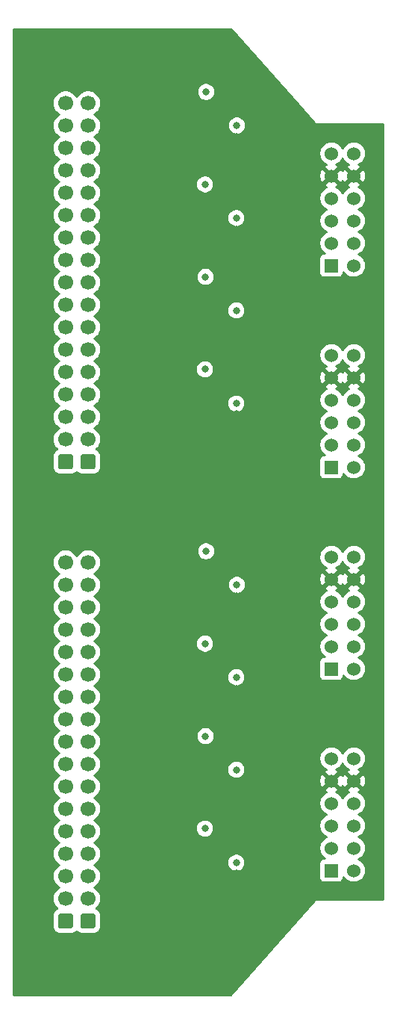
<source format=gbr>
%TF.GenerationSoftware,KiCad,Pcbnew,9.0.0-9.0.0-2~ubuntu24.04.1*%
%TF.CreationDate,2025-03-20T00:33:01-04:00*%
%TF.ProjectId,LVDS-PMOD,4c564453-2d50-44d4-9f44-2e6b69636164,1*%
%TF.SameCoordinates,Original*%
%TF.FileFunction,Copper,L2,Inr*%
%TF.FilePolarity,Positive*%
%FSLAX46Y46*%
G04 Gerber Fmt 4.6, Leading zero omitted, Abs format (unit mm)*
G04 Created by KiCad (PCBNEW 9.0.0-9.0.0-2~ubuntu24.04.1) date 2025-03-20 00:33:01*
%MOMM*%
%LPD*%
G01*
G04 APERTURE LIST*
%TA.AperFunction,ComponentPad*%
%ADD10C,1.700000*%
%TD*%
%TA.AperFunction,ComponentPad*%
%ADD11C,1.524000*%
%TD*%
%TA.AperFunction,ComponentPad*%
%ADD12R,1.524000X1.524000*%
%TD*%
%TA.AperFunction,ViaPad*%
%ADD13C,0.812800*%
%TD*%
G04 APERTURE END LIST*
D10*
%TO.N,/LVDS Port CD/IN1-*%
%TO.C,J2*%
X40609500Y-92709000D03*
%TO.N,/LVDS Port CD/IN2-*%
X40609500Y-95249000D03*
%TO.N,/LVDS Port CD/IN3-*%
X40609500Y-97789000D03*
%TO.N,/LVDS Port CD/IN4-*%
X40609500Y-100329000D03*
%TO.N,/LVDS Port CD/IN5-*%
X40609500Y-102869000D03*
%TO.N,/LVDS Port CD/IN6-*%
X40609500Y-105409000D03*
%TO.N,/LVDS Port CD/IN7-*%
X40609500Y-107949000D03*
%TO.N,/LVDS Port CD/IN8-*%
X40609500Y-110489000D03*
%TO.N,/LVDS Port CD/IN9-*%
X40609500Y-113029000D03*
%TO.N,/LVDS Port CD/IN10-*%
X40609500Y-115569000D03*
%TO.N,/LVDS Port CD/IN11-*%
X40609500Y-118109000D03*
%TO.N,/LVDS Port CD/IN12-*%
X40609500Y-120649000D03*
%TO.N,/LVDS Port CD/IN13-*%
X40609500Y-123189000D03*
%TO.N,/LVDS Port CD/IN14-*%
X40609500Y-125729000D03*
%TO.N,/LVDS Port CD/IN15-*%
X40609500Y-128269000D03*
%TO.N,/LVDS Port CD/IN16-*%
X40609500Y-130809000D03*
%TO.N,/LVDS Port CD/CONNGND*%
%TA.AperFunction,ComponentPad*%
G36*
G01*
X39759500Y-133949000D02*
X39759500Y-132749000D01*
G75*
G02*
X40009500Y-132499000I250000J0D01*
G01*
X41209500Y-132499000D01*
G75*
G02*
X41459500Y-132749000I0J-250000D01*
G01*
X41459500Y-133949000D01*
G75*
G02*
X41209500Y-134199000I-250000J0D01*
G01*
X40009500Y-134199000D01*
G75*
G02*
X39759500Y-133949000I0J250000D01*
G01*
G37*
%TD.AperFunction*%
%TA.AperFunction,ComponentPad*%
G36*
G01*
X37219500Y-133949000D02*
X37219500Y-132749000D01*
G75*
G02*
X37469500Y-132499000I250000J0D01*
G01*
X38669500Y-132499000D01*
G75*
G02*
X38919500Y-132749000I0J-250000D01*
G01*
X38919500Y-133949000D01*
G75*
G02*
X38669500Y-134199000I-250000J0D01*
G01*
X37469500Y-134199000D01*
G75*
G02*
X37219500Y-133949000I0J250000D01*
G01*
G37*
%TD.AperFunction*%
%TO.N,/LVDS Port CD/IN16+*%
X38069500Y-130809000D03*
%TO.N,/LVDS Port CD/IN15+*%
X38069500Y-128269000D03*
%TO.N,/LVDS Port CD/IN14+*%
X38069500Y-125729000D03*
%TO.N,/LVDS Port CD/IN13+*%
X38069500Y-123189000D03*
%TO.N,/LVDS Port CD/IN12+*%
X38069500Y-120649000D03*
%TO.N,/LVDS Port CD/IN11+*%
X38069500Y-118109000D03*
%TO.N,/LVDS Port CD/IN10+*%
X38069500Y-115569000D03*
%TO.N,/LVDS Port CD/IN9+*%
X38069500Y-113029000D03*
%TO.N,/LVDS Port CD/IN8+*%
X38069500Y-110489000D03*
%TO.N,/LVDS Port CD/IN7+*%
X38069500Y-107949000D03*
%TO.N,/LVDS Port CD/IN6+*%
X38069500Y-105409000D03*
%TO.N,/LVDS Port CD/IN5+*%
X38069500Y-102869000D03*
%TO.N,/LVDS Port CD/IN4+*%
X38069500Y-100329000D03*
%TO.N,/LVDS Port CD/IN3+*%
X38069500Y-97789000D03*
%TO.N,/LVDS Port CD/IN2+*%
X38069500Y-95249000D03*
%TO.N,/LVDS Port CD/IN1+*%
X38069500Y-92709000D03*
%TD*%
%TO.N,/LVDS Port AB/IN1+*%
%TO.C,J1*%
X38069500Y-40650000D03*
%TO.N,/LVDS Port AB/IN2+*%
X38069500Y-43190000D03*
%TO.N,/LVDS Port AB/IN3+*%
X38069500Y-45730000D03*
%TO.N,/LVDS Port AB/IN4+*%
X38069500Y-48270000D03*
%TO.N,/LVDS Port AB/IN5+*%
X38069500Y-50810000D03*
%TO.N,/LVDS Port AB/IN6+*%
X38069500Y-53350000D03*
%TO.N,/LVDS Port AB/IN7+*%
X38069500Y-55890000D03*
%TO.N,/LVDS Port AB/IN8+*%
X38069500Y-58430000D03*
%TO.N,/LVDS Port AB/IN9+*%
X38069500Y-60970000D03*
%TO.N,/LVDS Port AB/IN10+*%
X38069500Y-63510000D03*
%TO.N,/LVDS Port AB/IN11+*%
X38069500Y-66050000D03*
%TO.N,/LVDS Port AB/IN12+*%
X38069500Y-68590000D03*
%TO.N,/LVDS Port AB/IN13+*%
X38069500Y-71130000D03*
%TO.N,/LVDS Port AB/IN14+*%
X38069500Y-73670000D03*
%TO.N,/LVDS Port AB/IN15+*%
X38069500Y-76210000D03*
%TO.N,/LVDS Port AB/IN16+*%
X38069500Y-78750000D03*
%TO.N,/LVDS Port AB/CONNGND*%
%TA.AperFunction,ComponentPad*%
G36*
G01*
X37219500Y-81890000D02*
X37219500Y-80690000D01*
G75*
G02*
X37469500Y-80440000I250000J0D01*
G01*
X38669500Y-80440000D01*
G75*
G02*
X38919500Y-80690000I0J-250000D01*
G01*
X38919500Y-81890000D01*
G75*
G02*
X38669500Y-82140000I-250000J0D01*
G01*
X37469500Y-82140000D01*
G75*
G02*
X37219500Y-81890000I0J250000D01*
G01*
G37*
%TD.AperFunction*%
%TA.AperFunction,ComponentPad*%
G36*
G01*
X39759500Y-81890000D02*
X39759500Y-80690000D01*
G75*
G02*
X40009500Y-80440000I250000J0D01*
G01*
X41209500Y-80440000D01*
G75*
G02*
X41459500Y-80690000I0J-250000D01*
G01*
X41459500Y-81890000D01*
G75*
G02*
X41209500Y-82140000I-250000J0D01*
G01*
X40009500Y-82140000D01*
G75*
G02*
X39759500Y-81890000I0J250000D01*
G01*
G37*
%TD.AperFunction*%
%TO.N,/LVDS Port AB/IN16-*%
X40609500Y-78750000D03*
%TO.N,/LVDS Port AB/IN15-*%
X40609500Y-76210000D03*
%TO.N,/LVDS Port AB/IN14-*%
X40609500Y-73670000D03*
%TO.N,/LVDS Port AB/IN13-*%
X40609500Y-71130000D03*
%TO.N,/LVDS Port AB/IN12-*%
X40609500Y-68590000D03*
%TO.N,/LVDS Port AB/IN11-*%
X40609500Y-66050000D03*
%TO.N,/LVDS Port AB/IN10-*%
X40609500Y-63510000D03*
%TO.N,/LVDS Port AB/IN9-*%
X40609500Y-60970000D03*
%TO.N,/LVDS Port AB/IN8-*%
X40609500Y-58430000D03*
%TO.N,/LVDS Port AB/IN7-*%
X40609500Y-55890000D03*
%TO.N,/LVDS Port AB/IN6-*%
X40609500Y-53350000D03*
%TO.N,/LVDS Port AB/IN5-*%
X40609500Y-50810000D03*
%TO.N,/LVDS Port AB/IN4-*%
X40609500Y-48270000D03*
%TO.N,/LVDS Port AB/IN3-*%
X40609500Y-45730000D03*
%TO.N,/LVDS Port AB/IN2-*%
X40609500Y-43190000D03*
%TO.N,/LVDS Port AB/IN1-*%
X40609500Y-40650000D03*
%TD*%
D11*
%TO.N,+3V3A*%
%TO.C,PMOD1*%
X70772000Y-46355000D03*
%TO.N,GND*%
X70772000Y-48895000D03*
%TO.N,/LVDS Port AB/IN2*%
X70772000Y-51435000D03*
%TO.N,/LVDS Port AB/IN4*%
X70772000Y-53975000D03*
%TO.N,/LVDS Port AB/IN6*%
X70772000Y-56515000D03*
%TO.N,/LVDS Port AB/IN8*%
X70772000Y-59055000D03*
%TO.N,+3V3A*%
X68232000Y-46355000D03*
%TO.N,GND*%
X68232000Y-48895000D03*
%TO.N,/LVDS Port AB/IN1*%
X68232000Y-51435000D03*
%TO.N,/LVDS Port AB/IN3*%
X68232000Y-53975000D03*
%TO.N,/LVDS Port AB/IN5*%
X68232000Y-56515000D03*
D12*
%TO.N,/LVDS Port AB/IN7*%
X68232000Y-59055000D03*
%TD*%
D11*
%TO.N,+3V3B*%
%TO.C,PMOD2*%
X70772000Y-69215000D03*
%TO.N,GND*%
X70772000Y-71755000D03*
%TO.N,/LVDS Port AB/IN10*%
X70772000Y-74295000D03*
%TO.N,/LVDS Port AB/IN12*%
X70772000Y-76835000D03*
%TO.N,/LVDS Port AB/IN14*%
X70772000Y-79375000D03*
%TO.N,/LVDS Port AB/IN16*%
X70772000Y-81915000D03*
%TO.N,+3V3B*%
X68232000Y-69215000D03*
%TO.N,GND*%
X68232000Y-71755000D03*
%TO.N,/LVDS Port AB/IN9*%
X68232000Y-74295000D03*
%TO.N,/LVDS Port AB/IN11*%
X68232000Y-76835000D03*
%TO.N,/LVDS Port AB/IN13*%
X68232000Y-79375000D03*
D12*
%TO.N,/LVDS Port AB/IN15*%
X68232000Y-81915000D03*
%TD*%
%TO.N,/LVDS Port CD/IN7*%
%TO.C,PMOD3*%
X68232000Y-104775000D03*
D11*
%TO.N,/LVDS Port CD/IN5*%
X68232000Y-102235000D03*
%TO.N,/LVDS Port CD/IN3*%
X68232000Y-99695000D03*
%TO.N,/LVDS Port CD/IN1*%
X68232000Y-97155000D03*
%TO.N,GND*%
X68232000Y-94615000D03*
%TO.N,+3V3C*%
X68232000Y-92075000D03*
%TO.N,/LVDS Port CD/IN8*%
X70772000Y-104775000D03*
%TO.N,/LVDS Port CD/IN6*%
X70772000Y-102235000D03*
%TO.N,/LVDS Port CD/IN4*%
X70772000Y-99695000D03*
%TO.N,/LVDS Port CD/IN2*%
X70772000Y-97155000D03*
%TO.N,GND*%
X70772000Y-94615000D03*
%TO.N,+3V3C*%
X70772000Y-92075000D03*
%TD*%
D12*
%TO.N,/LVDS Port CD/IN15*%
%TO.C,PMOD4*%
X68232000Y-127635000D03*
D11*
%TO.N,/LVDS Port CD/IN13*%
X68232000Y-125095000D03*
%TO.N,/LVDS Port CD/IN11*%
X68232000Y-122555000D03*
%TO.N,/LVDS Port CD/IN9*%
X68232000Y-120015000D03*
%TO.N,GND*%
X68232000Y-117475000D03*
%TO.N,+3V3D*%
X68232000Y-114935000D03*
%TO.N,/LVDS Port CD/IN16*%
X70772000Y-127635000D03*
%TO.N,/LVDS Port CD/IN14*%
X70772000Y-125095000D03*
%TO.N,/LVDS Port CD/IN12*%
X70772000Y-122555000D03*
%TO.N,/LVDS Port CD/IN10*%
X70772000Y-120015000D03*
%TO.N,GND*%
X70772000Y-117475000D03*
%TO.N,+3V3D*%
X70772000Y-114935000D03*
%TD*%
D13*
%TO.N,+3V3C*%
X54009500Y-91439000D03*
%TO.N,GND*%
X57437000Y-106996500D03*
X53944500Y-121284000D03*
X53879500Y-110806500D03*
%TO.N,+3V3D*%
X53944500Y-112394000D03*
%TO.N,GND*%
X57437000Y-127951500D03*
X54009500Y-100329000D03*
%TO.N,+3V3C*%
X57502000Y-95249000D03*
%TO.N,+3V3D*%
X57437000Y-126749000D03*
%TO.N,GND*%
X53879500Y-131761500D03*
X57437000Y-117474000D03*
X57502000Y-96519000D03*
%TO.N,+3V3C*%
X57437000Y-105726500D03*
%TO.N,+3V3D*%
X57437000Y-116204000D03*
%TO.N,+3V3C*%
X53879500Y-101916500D03*
%TO.N,+3V3D*%
X53879500Y-122871500D03*
%TO.N,+3V3B*%
X53879500Y-70812500D03*
%TO.N,+3V3A*%
X53879500Y-49857500D03*
%TO.N,+3V3B*%
X57437000Y-64145000D03*
%TO.N,+3V3A*%
X57437000Y-53667500D03*
%TO.N,GND*%
X57502000Y-44460000D03*
X57437000Y-65415000D03*
X53879500Y-79702500D03*
%TO.N,+3V3B*%
X57437000Y-74690000D03*
%TO.N,+3V3A*%
X57502000Y-43190000D03*
%TO.N,GND*%
X54009500Y-48270000D03*
X57437000Y-75892500D03*
%TO.N,+3V3B*%
X53944500Y-60335000D03*
%TO.N,GND*%
X53879500Y-58747500D03*
X53944500Y-69225000D03*
X57437000Y-54937500D03*
%TO.N,+3V3A*%
X54009500Y-39380000D03*
%TD*%
%TA.AperFunction,Conductor*%
%TO.N,GND*%
G36*
X70298619Y-117671081D02*
G01*
X70365498Y-117786920D01*
X70460080Y-117881502D01*
X70575919Y-117948381D01*
X70636057Y-117964494D01*
X70073283Y-118527268D01*
X70073283Y-118527269D01*
X70110567Y-118554358D01*
X70267331Y-118634234D01*
X70318127Y-118682209D01*
X70334922Y-118750030D01*
X70312384Y-118816165D01*
X70267331Y-118855204D01*
X70110305Y-118935213D01*
X69949533Y-119052021D01*
X69809021Y-119192533D01*
X69692213Y-119353305D01*
X69612485Y-119509780D01*
X69564510Y-119560576D01*
X69496689Y-119577371D01*
X69430554Y-119554833D01*
X69391515Y-119509780D01*
X69327585Y-119384312D01*
X69311787Y-119353306D01*
X69194981Y-119192536D01*
X69054464Y-119052019D01*
X68893694Y-118935213D01*
X68736667Y-118855203D01*
X68685872Y-118807229D01*
X68669077Y-118739408D01*
X68691614Y-118673273D01*
X68736669Y-118634234D01*
X68893422Y-118554364D01*
X68930716Y-118527268D01*
X68367942Y-117964494D01*
X68428081Y-117948381D01*
X68543920Y-117881502D01*
X68638502Y-117786920D01*
X68705381Y-117671081D01*
X68721495Y-117610942D01*
X69284268Y-118173715D01*
X69311362Y-118136425D01*
X69391515Y-117979117D01*
X69439489Y-117928321D01*
X69507310Y-117911526D01*
X69573445Y-117934063D01*
X69612485Y-117979117D01*
X69692641Y-118136432D01*
X69719730Y-118173715D01*
X70282504Y-117610941D01*
X70298619Y-117671081D01*
G37*
%TD.AperFunction*%
%TA.AperFunction,Conductor*%
G36*
X69573446Y-115395165D02*
G01*
X69612484Y-115440218D01*
X69692213Y-115596694D01*
X69809019Y-115757464D01*
X69949536Y-115897981D01*
X70110306Y-116014787D01*
X70267332Y-116094796D01*
X70318127Y-116142769D01*
X70334922Y-116210590D01*
X70312385Y-116276725D01*
X70267332Y-116315764D01*
X70110566Y-116395641D01*
X70073283Y-116422729D01*
X70073282Y-116422730D01*
X70636058Y-116985504D01*
X70575919Y-117001619D01*
X70460080Y-117068498D01*
X70365498Y-117163080D01*
X70298619Y-117278919D01*
X70282504Y-117339057D01*
X69719730Y-116776282D01*
X69719729Y-116776283D01*
X69692643Y-116813564D01*
X69612485Y-116970882D01*
X69564510Y-117021678D01*
X69496689Y-117038473D01*
X69430554Y-117015935D01*
X69391515Y-116970882D01*
X69311358Y-116813567D01*
X69284268Y-116776283D01*
X68721494Y-117339057D01*
X68705381Y-117278919D01*
X68638502Y-117163080D01*
X68543920Y-117068498D01*
X68428081Y-117001619D01*
X68367942Y-116985504D01*
X68930716Y-116422731D01*
X68930715Y-116422730D01*
X68893432Y-116395641D01*
X68736668Y-116315765D01*
X68685872Y-116267790D01*
X68669077Y-116199969D01*
X68691615Y-116133834D01*
X68736667Y-116094796D01*
X68893694Y-116014787D01*
X69054464Y-115897981D01*
X69194981Y-115757464D01*
X69311787Y-115596694D01*
X69391515Y-115440218D01*
X69439490Y-115389423D01*
X69507311Y-115372628D01*
X69573446Y-115395165D01*
G37*
%TD.AperFunction*%
%TA.AperFunction,Conductor*%
G36*
X70298619Y-94811081D02*
G01*
X70365498Y-94926920D01*
X70460080Y-95021502D01*
X70575919Y-95088381D01*
X70636057Y-95104494D01*
X70073283Y-95667268D01*
X70073283Y-95667269D01*
X70110567Y-95694358D01*
X70267331Y-95774234D01*
X70318127Y-95822209D01*
X70334922Y-95890030D01*
X70312384Y-95956165D01*
X70267331Y-95995204D01*
X70110305Y-96075213D01*
X69949533Y-96192021D01*
X69809021Y-96332533D01*
X69692213Y-96493305D01*
X69612485Y-96649780D01*
X69564510Y-96700576D01*
X69496689Y-96717371D01*
X69430554Y-96694833D01*
X69391515Y-96649780D01*
X69327585Y-96524312D01*
X69311787Y-96493306D01*
X69194981Y-96332536D01*
X69054464Y-96192019D01*
X68893694Y-96075213D01*
X68736667Y-95995203D01*
X68685872Y-95947229D01*
X68669077Y-95879408D01*
X68691614Y-95813273D01*
X68736669Y-95774234D01*
X68893422Y-95694364D01*
X68930716Y-95667268D01*
X68367942Y-95104494D01*
X68428081Y-95088381D01*
X68543920Y-95021502D01*
X68638502Y-94926920D01*
X68705381Y-94811081D01*
X68721495Y-94750942D01*
X69284268Y-95313715D01*
X69311362Y-95276425D01*
X69391515Y-95119117D01*
X69439489Y-95068321D01*
X69507310Y-95051526D01*
X69573445Y-95074063D01*
X69612485Y-95119117D01*
X69692641Y-95276432D01*
X69719730Y-95313715D01*
X70282504Y-94750941D01*
X70298619Y-94811081D01*
G37*
%TD.AperFunction*%
%TA.AperFunction,Conductor*%
G36*
X69573446Y-92535165D02*
G01*
X69612484Y-92580218D01*
X69692213Y-92736694D01*
X69809019Y-92897464D01*
X69949536Y-93037981D01*
X70110306Y-93154787D01*
X70267332Y-93234796D01*
X70318127Y-93282769D01*
X70334922Y-93350590D01*
X70312385Y-93416725D01*
X70267332Y-93455764D01*
X70110566Y-93535641D01*
X70073283Y-93562729D01*
X70073282Y-93562730D01*
X70636058Y-94125504D01*
X70575919Y-94141619D01*
X70460080Y-94208498D01*
X70365498Y-94303080D01*
X70298619Y-94418919D01*
X70282504Y-94479057D01*
X69719730Y-93916282D01*
X69719729Y-93916283D01*
X69692643Y-93953564D01*
X69612485Y-94110882D01*
X69564510Y-94161678D01*
X69496689Y-94178473D01*
X69430554Y-94155935D01*
X69391515Y-94110882D01*
X69311358Y-93953567D01*
X69284268Y-93916283D01*
X68721494Y-94479057D01*
X68705381Y-94418919D01*
X68638502Y-94303080D01*
X68543920Y-94208498D01*
X68428081Y-94141619D01*
X68367942Y-94125504D01*
X68930716Y-93562731D01*
X68930715Y-93562730D01*
X68893432Y-93535641D01*
X68736668Y-93455765D01*
X68685872Y-93407790D01*
X68669077Y-93339969D01*
X68691615Y-93273834D01*
X68736667Y-93234796D01*
X68893694Y-93154787D01*
X69054464Y-93037981D01*
X69194981Y-92897464D01*
X69311787Y-92736694D01*
X69391515Y-92580218D01*
X69439490Y-92529423D01*
X69507311Y-92512628D01*
X69573446Y-92535165D01*
G37*
%TD.AperFunction*%
%TA.AperFunction,Conductor*%
G36*
X70298619Y-71951081D02*
G01*
X70365498Y-72066920D01*
X70460080Y-72161502D01*
X70575919Y-72228381D01*
X70636057Y-72244494D01*
X70073283Y-72807268D01*
X70073283Y-72807269D01*
X70110567Y-72834358D01*
X70267331Y-72914234D01*
X70318127Y-72962209D01*
X70334922Y-73030030D01*
X70312384Y-73096165D01*
X70267331Y-73135204D01*
X70110305Y-73215213D01*
X69949533Y-73332021D01*
X69809021Y-73472533D01*
X69692213Y-73633305D01*
X69612485Y-73789780D01*
X69564510Y-73840576D01*
X69496689Y-73857371D01*
X69430554Y-73834833D01*
X69391515Y-73789780D01*
X69311786Y-73633305D01*
X69194981Y-73472536D01*
X69054464Y-73332019D01*
X68893694Y-73215213D01*
X68736667Y-73135203D01*
X68685872Y-73087229D01*
X68669077Y-73019408D01*
X68691614Y-72953273D01*
X68736669Y-72914234D01*
X68893422Y-72834364D01*
X68930716Y-72807268D01*
X68367942Y-72244494D01*
X68428081Y-72228381D01*
X68543920Y-72161502D01*
X68638502Y-72066920D01*
X68705381Y-71951081D01*
X68721495Y-71890942D01*
X69284268Y-72453715D01*
X69311362Y-72416425D01*
X69391515Y-72259117D01*
X69439489Y-72208321D01*
X69507310Y-72191526D01*
X69573445Y-72214063D01*
X69612485Y-72259117D01*
X69692641Y-72416432D01*
X69719730Y-72453715D01*
X70282504Y-71890941D01*
X70298619Y-71951081D01*
G37*
%TD.AperFunction*%
%TA.AperFunction,Conductor*%
G36*
X69573446Y-69675165D02*
G01*
X69612484Y-69720218D01*
X69692213Y-69876694D01*
X69809019Y-70037464D01*
X69949536Y-70177981D01*
X70110306Y-70294787D01*
X70267332Y-70374796D01*
X70318127Y-70422769D01*
X70334922Y-70490590D01*
X70312385Y-70556725D01*
X70267332Y-70595764D01*
X70110566Y-70675641D01*
X70073283Y-70702729D01*
X70073282Y-70702730D01*
X70636058Y-71265504D01*
X70575919Y-71281619D01*
X70460080Y-71348498D01*
X70365498Y-71443080D01*
X70298619Y-71558919D01*
X70282504Y-71619057D01*
X69719730Y-71056282D01*
X69719729Y-71056283D01*
X69692643Y-71093564D01*
X69612485Y-71250882D01*
X69564510Y-71301678D01*
X69496689Y-71318473D01*
X69430554Y-71295935D01*
X69391515Y-71250882D01*
X69311358Y-71093567D01*
X69284268Y-71056283D01*
X68721494Y-71619057D01*
X68705381Y-71558919D01*
X68638502Y-71443080D01*
X68543920Y-71348498D01*
X68428081Y-71281619D01*
X68367942Y-71265504D01*
X68930716Y-70702731D01*
X68930715Y-70702730D01*
X68893432Y-70675641D01*
X68736668Y-70595765D01*
X68685872Y-70547790D01*
X68669077Y-70479969D01*
X68691615Y-70413834D01*
X68736667Y-70374796D01*
X68893694Y-70294787D01*
X69054464Y-70177981D01*
X69194981Y-70037464D01*
X69311787Y-69876694D01*
X69391515Y-69720218D01*
X69439490Y-69669423D01*
X69507311Y-69652628D01*
X69573446Y-69675165D01*
G37*
%TD.AperFunction*%
%TA.AperFunction,Conductor*%
G36*
X70298619Y-49091081D02*
G01*
X70365498Y-49206920D01*
X70460080Y-49301502D01*
X70575919Y-49368381D01*
X70636057Y-49384494D01*
X70073283Y-49947268D01*
X70073283Y-49947269D01*
X70110567Y-49974358D01*
X70267331Y-50054234D01*
X70318127Y-50102209D01*
X70334922Y-50170030D01*
X70312384Y-50236165D01*
X70267331Y-50275204D01*
X70110305Y-50355213D01*
X69949533Y-50472021D01*
X69809021Y-50612533D01*
X69692213Y-50773305D01*
X69612485Y-50929780D01*
X69564510Y-50980576D01*
X69496689Y-50997371D01*
X69430554Y-50974833D01*
X69391515Y-50929780D01*
X69311786Y-50773305D01*
X69305316Y-50764400D01*
X69194981Y-50612536D01*
X69054464Y-50472019D01*
X68893694Y-50355213D01*
X68736667Y-50275203D01*
X68685872Y-50227229D01*
X68669077Y-50159408D01*
X68691614Y-50093273D01*
X68736669Y-50054234D01*
X68893422Y-49974364D01*
X68930716Y-49947268D01*
X68367942Y-49384494D01*
X68428081Y-49368381D01*
X68543920Y-49301502D01*
X68638502Y-49206920D01*
X68705381Y-49091081D01*
X68721495Y-49030942D01*
X69284268Y-49593715D01*
X69311362Y-49556425D01*
X69391515Y-49399117D01*
X69439489Y-49348321D01*
X69507310Y-49331526D01*
X69573445Y-49354063D01*
X69612485Y-49399117D01*
X69692641Y-49556432D01*
X69719730Y-49593715D01*
X69719731Y-49593716D01*
X70282504Y-49030942D01*
X70298619Y-49091081D01*
G37*
%TD.AperFunction*%
%TA.AperFunction,Conductor*%
G36*
X69573446Y-46815165D02*
G01*
X69612484Y-46860218D01*
X69692213Y-47016694D01*
X69809019Y-47177464D01*
X69949536Y-47317981D01*
X70110306Y-47434787D01*
X70267332Y-47514796D01*
X70318127Y-47562769D01*
X70334922Y-47630590D01*
X70312385Y-47696725D01*
X70267332Y-47735764D01*
X70110566Y-47815641D01*
X70073283Y-47842729D01*
X70073282Y-47842730D01*
X70636058Y-48405504D01*
X70575919Y-48421619D01*
X70460080Y-48488498D01*
X70365498Y-48583080D01*
X70298619Y-48698919D01*
X70282504Y-48759057D01*
X69719730Y-48196282D01*
X69719729Y-48196283D01*
X69692643Y-48233564D01*
X69612485Y-48390882D01*
X69564510Y-48441678D01*
X69496689Y-48458473D01*
X69430554Y-48435935D01*
X69391515Y-48390882D01*
X69311358Y-48233567D01*
X69284268Y-48196283D01*
X68721494Y-48759057D01*
X68705381Y-48698919D01*
X68638502Y-48583080D01*
X68543920Y-48488498D01*
X68428081Y-48421619D01*
X68367942Y-48405504D01*
X68930716Y-47842731D01*
X68930715Y-47842730D01*
X68893432Y-47815641D01*
X68736668Y-47735765D01*
X68685872Y-47687790D01*
X68669077Y-47619969D01*
X68691615Y-47553834D01*
X68736667Y-47514796D01*
X68893694Y-47434787D01*
X69054464Y-47317981D01*
X69194981Y-47177464D01*
X69311787Y-47016694D01*
X69391515Y-46860218D01*
X69439490Y-46809423D01*
X69507311Y-46792628D01*
X69573446Y-46815165D01*
G37*
%TD.AperFunction*%
%TA.AperFunction,Conductor*%
G36*
X56958423Y-32151185D02*
G01*
X56984362Y-32173457D01*
X64557447Y-40756287D01*
X66324983Y-42759494D01*
X66338592Y-42778424D01*
X66339220Y-42779242D01*
X66339222Y-42779244D01*
X66339224Y-42779247D01*
X66366324Y-42806347D01*
X66391667Y-42835069D01*
X66401717Y-42841740D01*
X66410253Y-42850276D01*
X66443438Y-42869435D01*
X66475358Y-42890624D01*
X66486797Y-42894468D01*
X66497246Y-42900501D01*
X66530526Y-42909418D01*
X66537908Y-42911646D01*
X66570576Y-42922625D01*
X66572613Y-42922752D01*
X66582627Y-42923378D01*
X66594275Y-42926500D01*
X66632565Y-42926500D01*
X66636404Y-42926740D01*
X66636430Y-42926741D01*
X66638506Y-42926870D01*
X66670830Y-42928891D01*
X66670838Y-42928889D01*
X66671901Y-42928816D01*
X66695065Y-42926500D01*
X74076500Y-42926500D01*
X74143539Y-42946185D01*
X74189294Y-42998989D01*
X74200500Y-43050500D01*
X74200500Y-130939500D01*
X74180815Y-131006539D01*
X74128011Y-131052294D01*
X74076500Y-131063500D01*
X66682663Y-131063500D01*
X66670830Y-131061109D01*
X66632575Y-131063500D01*
X66594275Y-131063500D01*
X66593192Y-131063642D01*
X66571629Y-131067168D01*
X66570578Y-131067374D01*
X66537918Y-131078349D01*
X66534246Y-131079584D01*
X66497246Y-131089499D01*
X66486799Y-131095529D01*
X66475363Y-131099373D01*
X66475357Y-131099376D01*
X66446663Y-131118423D01*
X66440089Y-131122497D01*
X66410256Y-131139721D01*
X66410247Y-131139728D01*
X66401712Y-131148261D01*
X66391667Y-131154931D01*
X66366345Y-131183627D01*
X66363594Y-131186379D01*
X66363595Y-131186379D01*
X66339228Y-131210747D01*
X66338598Y-131211568D01*
X66324985Y-131230502D01*
X56984364Y-141816541D01*
X56925249Y-141853786D01*
X56891384Y-141858500D01*
X32225000Y-141858500D01*
X32157961Y-141838815D01*
X32112206Y-141786011D01*
X32101000Y-141734500D01*
X32101000Y-92602713D01*
X36719000Y-92602713D01*
X36719000Y-92815287D01*
X36752254Y-93025243D01*
X36794345Y-93154786D01*
X36817944Y-93227414D01*
X36914451Y-93416820D01*
X37039390Y-93588786D01*
X37189713Y-93739109D01*
X37361682Y-93864050D01*
X37370446Y-93868516D01*
X37421242Y-93916491D01*
X37438036Y-93984312D01*
X37415498Y-94050447D01*
X37370446Y-94089484D01*
X37361682Y-94093949D01*
X37189713Y-94218890D01*
X37039390Y-94369213D01*
X36914451Y-94541179D01*
X36817944Y-94730585D01*
X36752253Y-94932760D01*
X36729873Y-95074063D01*
X36719000Y-95142713D01*
X36719000Y-95355287D01*
X36752254Y-95565243D01*
X36794206Y-95694358D01*
X36817944Y-95767414D01*
X36914451Y-95956820D01*
X37039390Y-96128786D01*
X37189713Y-96279109D01*
X37361682Y-96404050D01*
X37370446Y-96408516D01*
X37421242Y-96456491D01*
X37438036Y-96524312D01*
X37415498Y-96590447D01*
X37370446Y-96629484D01*
X37361682Y-96633949D01*
X37189713Y-96758890D01*
X37039390Y-96909213D01*
X36914451Y-97081179D01*
X36817944Y-97270585D01*
X36752253Y-97472760D01*
X36725824Y-97639629D01*
X36719000Y-97682713D01*
X36719000Y-97895287D01*
X36752254Y-98105243D01*
X36794345Y-98234786D01*
X36817944Y-98307414D01*
X36914451Y-98496820D01*
X37039390Y-98668786D01*
X37189713Y-98819109D01*
X37361682Y-98944050D01*
X37370446Y-98948516D01*
X37421242Y-98996491D01*
X37438036Y-99064312D01*
X37415498Y-99130447D01*
X37370446Y-99169484D01*
X37361682Y-99173949D01*
X37189713Y-99298890D01*
X37039390Y-99449213D01*
X36914451Y-99621179D01*
X36817944Y-99810585D01*
X36752253Y-100012760D01*
X36728003Y-100165868D01*
X36719000Y-100222713D01*
X36719000Y-100435287D01*
X36752254Y-100645243D01*
X36794345Y-100774786D01*
X36817944Y-100847414D01*
X36914451Y-101036820D01*
X37039390Y-101208786D01*
X37189713Y-101359109D01*
X37361682Y-101484050D01*
X37370446Y-101488516D01*
X37421242Y-101536491D01*
X37438036Y-101604312D01*
X37415498Y-101670447D01*
X37370446Y-101709484D01*
X37361682Y-101713949D01*
X37189713Y-101838890D01*
X37039390Y-101989213D01*
X36914451Y-102161179D01*
X36817944Y-102350585D01*
X36752253Y-102552760D01*
X36725824Y-102719629D01*
X36719000Y-102762713D01*
X36719000Y-102975287D01*
X36752254Y-103185243D01*
X36794345Y-103314786D01*
X36817944Y-103387414D01*
X36914451Y-103576820D01*
X37039390Y-103748786D01*
X37189713Y-103899109D01*
X37361682Y-104024050D01*
X37370446Y-104028516D01*
X37421242Y-104076491D01*
X37438036Y-104144312D01*
X37415498Y-104210447D01*
X37370446Y-104249484D01*
X37361682Y-104253949D01*
X37189713Y-104378890D01*
X37039390Y-104529213D01*
X36914451Y-104701179D01*
X36817944Y-104890585D01*
X36752253Y-105092760D01*
X36719000Y-105302713D01*
X36719000Y-105515286D01*
X36739462Y-105644482D01*
X36752254Y-105725243D01*
X36807264Y-105894547D01*
X36817944Y-105927414D01*
X36914451Y-106116820D01*
X37039390Y-106288786D01*
X37189713Y-106439109D01*
X37361682Y-106564050D01*
X37370446Y-106568516D01*
X37421242Y-106616491D01*
X37438036Y-106684312D01*
X37415498Y-106750447D01*
X37370446Y-106789484D01*
X37361682Y-106793949D01*
X37189713Y-106918890D01*
X37039390Y-107069213D01*
X36914451Y-107241179D01*
X36817944Y-107430585D01*
X36752253Y-107632760D01*
X36719000Y-107842713D01*
X36719000Y-108055286D01*
X36752253Y-108265239D01*
X36817944Y-108467414D01*
X36914451Y-108656820D01*
X37039390Y-108828786D01*
X37189713Y-108979109D01*
X37361682Y-109104050D01*
X37370446Y-109108516D01*
X37421242Y-109156491D01*
X37438036Y-109224312D01*
X37415498Y-109290447D01*
X37370446Y-109329484D01*
X37361682Y-109333949D01*
X37189713Y-109458890D01*
X37039390Y-109609213D01*
X36914451Y-109781179D01*
X36817944Y-109970585D01*
X36752253Y-110172760D01*
X36719000Y-110382713D01*
X36719000Y-110595286D01*
X36752253Y-110805239D01*
X36817944Y-111007414D01*
X36914451Y-111196820D01*
X37039390Y-111368786D01*
X37189713Y-111519109D01*
X37361682Y-111644050D01*
X37370446Y-111648516D01*
X37421242Y-111696491D01*
X37438036Y-111764312D01*
X37415498Y-111830447D01*
X37370446Y-111869484D01*
X37361682Y-111873949D01*
X37189713Y-111998890D01*
X37039390Y-112149213D01*
X36914451Y-112321179D01*
X36817944Y-112510585D01*
X36752253Y-112712760D01*
X36719000Y-112922713D01*
X36719000Y-113135286D01*
X36752253Y-113345239D01*
X36817944Y-113547414D01*
X36914451Y-113736820D01*
X37039390Y-113908786D01*
X37189713Y-114059109D01*
X37361682Y-114184050D01*
X37370446Y-114188516D01*
X37421242Y-114236491D01*
X37438036Y-114304312D01*
X37415498Y-114370447D01*
X37370446Y-114409484D01*
X37361682Y-114413949D01*
X37189713Y-114538890D01*
X37039390Y-114689213D01*
X36914451Y-114861179D01*
X36817944Y-115050585D01*
X36752253Y-115252760D01*
X36719000Y-115462713D01*
X36719000Y-115675286D01*
X36734701Y-115774422D01*
X36752254Y-115885243D01*
X36794345Y-116014786D01*
X36817944Y-116087414D01*
X36914451Y-116276820D01*
X37039390Y-116448786D01*
X37189713Y-116599109D01*
X37361682Y-116724050D01*
X37370446Y-116728516D01*
X37421242Y-116776491D01*
X37438036Y-116844312D01*
X37415498Y-116910447D01*
X37370446Y-116949484D01*
X37361682Y-116953949D01*
X37189713Y-117078890D01*
X37039390Y-117229213D01*
X36914451Y-117401179D01*
X36817944Y-117590585D01*
X36752253Y-117792760D01*
X36729873Y-117934063D01*
X36719000Y-118002713D01*
X36719000Y-118215287D01*
X36752254Y-118425243D01*
X36794206Y-118554358D01*
X36817944Y-118627414D01*
X36914451Y-118816820D01*
X37039390Y-118988786D01*
X37189713Y-119139109D01*
X37361682Y-119264050D01*
X37370446Y-119268516D01*
X37421242Y-119316491D01*
X37438036Y-119384312D01*
X37415498Y-119450447D01*
X37370446Y-119489484D01*
X37361682Y-119493949D01*
X37189713Y-119618890D01*
X37039390Y-119769213D01*
X36914451Y-119941179D01*
X36817944Y-120130585D01*
X36752253Y-120332760D01*
X36728003Y-120485868D01*
X36719000Y-120542713D01*
X36719000Y-120755287D01*
X36752254Y-120965243D01*
X36794345Y-121094786D01*
X36817944Y-121167414D01*
X36914451Y-121356820D01*
X37039390Y-121528786D01*
X37189713Y-121679109D01*
X37361682Y-121804050D01*
X37370446Y-121808516D01*
X37421242Y-121856491D01*
X37438036Y-121924312D01*
X37415498Y-121990447D01*
X37370446Y-122029484D01*
X37361682Y-122033949D01*
X37189713Y-122158890D01*
X37039390Y-122309213D01*
X36914451Y-122481179D01*
X36817944Y-122670585D01*
X36752253Y-122872760D01*
X36725824Y-123039629D01*
X36719000Y-123082713D01*
X36719000Y-123295287D01*
X36752254Y-123505243D01*
X36807471Y-123675184D01*
X36817944Y-123707414D01*
X36914451Y-123896820D01*
X37039390Y-124068786D01*
X37189713Y-124219109D01*
X37361682Y-124344050D01*
X37370446Y-124348516D01*
X37421242Y-124396491D01*
X37438036Y-124464312D01*
X37415498Y-124530447D01*
X37370446Y-124569484D01*
X37361682Y-124573949D01*
X37189713Y-124698890D01*
X37039390Y-124849213D01*
X36914451Y-125021179D01*
X36817944Y-125210585D01*
X36752253Y-125412760D01*
X36719000Y-125622713D01*
X36719000Y-125835286D01*
X36752146Y-126044565D01*
X36752254Y-126045243D01*
X36794345Y-126174786D01*
X36817944Y-126247414D01*
X36914451Y-126436820D01*
X37039390Y-126608786D01*
X37189713Y-126759109D01*
X37361682Y-126884050D01*
X37370446Y-126888516D01*
X37421242Y-126936491D01*
X37438036Y-127004312D01*
X37415498Y-127070447D01*
X37370446Y-127109484D01*
X37361682Y-127113949D01*
X37189713Y-127238890D01*
X37039390Y-127389213D01*
X36914451Y-127561179D01*
X36817944Y-127750585D01*
X36752253Y-127952760D01*
X36719000Y-128162713D01*
X36719000Y-128375286D01*
X36739462Y-128504482D01*
X36752254Y-128585243D01*
X36807264Y-128754547D01*
X36817944Y-128787414D01*
X36914451Y-128976820D01*
X37039390Y-129148786D01*
X37189713Y-129299109D01*
X37361682Y-129424050D01*
X37370446Y-129428516D01*
X37421242Y-129476491D01*
X37438036Y-129544312D01*
X37415498Y-129610447D01*
X37370446Y-129649484D01*
X37361682Y-129653949D01*
X37189713Y-129778890D01*
X37039390Y-129929213D01*
X36914451Y-130101179D01*
X36817944Y-130290585D01*
X36752253Y-130492760D01*
X36719000Y-130702713D01*
X36719000Y-130915286D01*
X36751173Y-131118423D01*
X36752254Y-131125243D01*
X36783434Y-131221206D01*
X36817944Y-131327414D01*
X36914451Y-131516820D01*
X37039390Y-131688786D01*
X37189709Y-131839105D01*
X37194606Y-131842663D01*
X37237271Y-131897994D01*
X37243250Y-131967607D01*
X37210644Y-132029402D01*
X37160729Y-132060685D01*
X37150173Y-132064183D01*
X37150163Y-132064187D01*
X37000842Y-132156289D01*
X36876789Y-132280342D01*
X36784687Y-132429663D01*
X36784686Y-132429666D01*
X36729501Y-132596203D01*
X36729501Y-132596204D01*
X36729500Y-132596204D01*
X36719000Y-132698983D01*
X36719000Y-133999001D01*
X36719001Y-133999018D01*
X36729500Y-134101796D01*
X36729501Y-134101799D01*
X36784685Y-134268331D01*
X36784686Y-134268334D01*
X36876788Y-134417656D01*
X37000844Y-134541712D01*
X37150166Y-134633814D01*
X37316703Y-134688999D01*
X37419491Y-134699500D01*
X38719508Y-134699499D01*
X38822297Y-134688999D01*
X38988834Y-134633814D01*
X39138156Y-134541712D01*
X39251819Y-134428049D01*
X39313142Y-134394564D01*
X39382834Y-134399548D01*
X39427181Y-134428049D01*
X39540844Y-134541712D01*
X39690166Y-134633814D01*
X39856703Y-134688999D01*
X39959491Y-134699500D01*
X41259508Y-134699499D01*
X41362297Y-134688999D01*
X41528834Y-134633814D01*
X41678156Y-134541712D01*
X41802212Y-134417656D01*
X41894314Y-134268334D01*
X41949499Y-134101797D01*
X41960000Y-133999009D01*
X41959999Y-132698992D01*
X41949499Y-132596203D01*
X41894314Y-132429666D01*
X41802212Y-132280344D01*
X41678156Y-132156288D01*
X41528834Y-132064186D01*
X41528833Y-132064185D01*
X41528825Y-132064182D01*
X41518273Y-132060686D01*
X41460828Y-132020913D01*
X41434006Y-131956397D01*
X41446322Y-131887621D01*
X41484403Y-131842656D01*
X41489288Y-131839107D01*
X41489288Y-131839106D01*
X41489292Y-131839104D01*
X41639604Y-131688792D01*
X41639606Y-131688788D01*
X41639609Y-131688786D01*
X41764548Y-131516820D01*
X41764547Y-131516820D01*
X41764551Y-131516816D01*
X41861057Y-131327412D01*
X41926746Y-131125243D01*
X41960000Y-130915287D01*
X41960000Y-130702713D01*
X41926746Y-130492757D01*
X41861057Y-130290588D01*
X41764551Y-130101184D01*
X41764549Y-130101181D01*
X41764548Y-130101179D01*
X41639609Y-129929213D01*
X41489286Y-129778890D01*
X41317320Y-129653951D01*
X41316615Y-129653591D01*
X41308554Y-129649485D01*
X41257759Y-129601512D01*
X41240963Y-129533692D01*
X41263499Y-129467556D01*
X41308554Y-129428515D01*
X41317316Y-129424051D01*
X41339289Y-129408086D01*
X41489286Y-129299109D01*
X41489288Y-129299106D01*
X41489292Y-129299104D01*
X41639604Y-129148792D01*
X41639606Y-129148788D01*
X41639609Y-129148786D01*
X41764548Y-128976820D01*
X41764547Y-128976820D01*
X41764551Y-128976816D01*
X41861057Y-128787412D01*
X41926746Y-128585243D01*
X41960000Y-128375287D01*
X41960000Y-128162713D01*
X41926746Y-127952757D01*
X41861057Y-127750588D01*
X41764551Y-127561184D01*
X41764549Y-127561181D01*
X41764548Y-127561179D01*
X41639609Y-127389213D01*
X41489286Y-127238890D01*
X41317320Y-127113951D01*
X41316615Y-127113591D01*
X41308554Y-127109485D01*
X41257759Y-127061512D01*
X41240963Y-126993692D01*
X41263499Y-126927556D01*
X41308554Y-126888515D01*
X41317316Y-126884051D01*
X41380254Y-126838324D01*
X56530099Y-126838324D01*
X56564950Y-127013527D01*
X56564952Y-127013533D01*
X56633314Y-127178575D01*
X56633319Y-127178584D01*
X56732564Y-127327114D01*
X56732567Y-127327118D01*
X56858881Y-127453432D01*
X56858885Y-127453435D01*
X57007415Y-127552680D01*
X57007421Y-127552683D01*
X57007422Y-127552684D01*
X57172467Y-127621048D01*
X57172471Y-127621048D01*
X57172472Y-127621049D01*
X57347675Y-127655900D01*
X57347678Y-127655900D01*
X57526324Y-127655900D01*
X57644198Y-127632452D01*
X57701533Y-127621048D01*
X57866578Y-127552684D01*
X58015115Y-127453435D01*
X58141435Y-127327115D01*
X58240684Y-127178578D01*
X58309048Y-127013533D01*
X58334804Y-126884050D01*
X58343900Y-126838324D01*
X58343900Y-126659675D01*
X58309049Y-126484472D01*
X58309048Y-126484471D01*
X58309048Y-126484467D01*
X58254516Y-126352815D01*
X58240685Y-126319424D01*
X58240680Y-126319415D01*
X58141435Y-126170885D01*
X58141432Y-126170881D01*
X58015118Y-126044567D01*
X58015114Y-126044564D01*
X57866584Y-125945319D01*
X57866575Y-125945314D01*
X57701533Y-125876952D01*
X57701527Y-125876950D01*
X57526324Y-125842100D01*
X57526322Y-125842100D01*
X57347678Y-125842100D01*
X57347676Y-125842100D01*
X57172472Y-125876950D01*
X57172466Y-125876952D01*
X57007424Y-125945314D01*
X57007415Y-125945319D01*
X56858885Y-126044564D01*
X56858881Y-126044567D01*
X56732567Y-126170881D01*
X56732564Y-126170885D01*
X56633319Y-126319415D01*
X56633314Y-126319424D01*
X56564952Y-126484466D01*
X56564950Y-126484472D01*
X56530100Y-126659675D01*
X56530100Y-126659678D01*
X56530100Y-126838322D01*
X56530100Y-126838324D01*
X56530099Y-126838324D01*
X41380254Y-126838324D01*
X41380257Y-126838322D01*
X41489286Y-126759109D01*
X41489288Y-126759106D01*
X41489292Y-126759104D01*
X41639604Y-126608792D01*
X41764551Y-126436816D01*
X41861057Y-126247412D01*
X41926746Y-126045243D01*
X41960000Y-125835287D01*
X41960000Y-125622713D01*
X41926746Y-125412757D01*
X41861057Y-125210588D01*
X41764551Y-125021184D01*
X41764549Y-125021181D01*
X41764548Y-125021179D01*
X41639609Y-124849213D01*
X41489286Y-124698890D01*
X41317320Y-124573951D01*
X41316615Y-124573591D01*
X41308554Y-124569485D01*
X41257759Y-124521512D01*
X41240963Y-124453692D01*
X41263499Y-124387556D01*
X41308554Y-124348515D01*
X41317316Y-124344051D01*
X41415753Y-124272533D01*
X41489286Y-124219109D01*
X41489288Y-124219106D01*
X41489292Y-124219104D01*
X41639604Y-124068792D01*
X41639606Y-124068788D01*
X41639609Y-124068786D01*
X41764548Y-123896820D01*
X41764547Y-123896820D01*
X41764551Y-123896816D01*
X41861057Y-123707412D01*
X41926746Y-123505243D01*
X41960000Y-123295287D01*
X41960000Y-123082713D01*
X41940695Y-122960824D01*
X52972599Y-122960824D01*
X53007450Y-123136027D01*
X53007452Y-123136033D01*
X53075814Y-123301075D01*
X53075819Y-123301084D01*
X53175064Y-123449614D01*
X53175067Y-123449618D01*
X53301381Y-123575932D01*
X53301385Y-123575935D01*
X53449915Y-123675180D01*
X53449921Y-123675183D01*
X53449922Y-123675184D01*
X53614967Y-123743548D01*
X53614971Y-123743548D01*
X53614972Y-123743549D01*
X53790175Y-123778400D01*
X53790178Y-123778400D01*
X53968824Y-123778400D01*
X54093730Y-123753554D01*
X54144033Y-123743548D01*
X54309078Y-123675184D01*
X54457615Y-123575935D01*
X54583935Y-123449615D01*
X54683184Y-123301078D01*
X54751548Y-123136033D01*
X54770724Y-123039629D01*
X54786400Y-122960824D01*
X54786400Y-122782175D01*
X54751549Y-122606972D01*
X54751548Y-122606971D01*
X54751548Y-122606967D01*
X54683184Y-122441922D01*
X54683183Y-122441921D01*
X54683180Y-122441915D01*
X54583935Y-122293385D01*
X54583932Y-122293381D01*
X54457618Y-122167067D01*
X54457614Y-122167064D01*
X54309084Y-122067819D01*
X54309075Y-122067814D01*
X54144033Y-121999452D01*
X54144027Y-121999450D01*
X53968824Y-121964600D01*
X53968822Y-121964600D01*
X53790178Y-121964600D01*
X53790176Y-121964600D01*
X53614972Y-121999450D01*
X53614966Y-121999452D01*
X53449924Y-122067814D01*
X53449915Y-122067819D01*
X53301385Y-122167064D01*
X53301381Y-122167067D01*
X53175067Y-122293381D01*
X53175064Y-122293385D01*
X53075819Y-122441915D01*
X53075814Y-122441924D01*
X53007452Y-122606966D01*
X53007450Y-122606972D01*
X52972600Y-122782175D01*
X52972600Y-122782178D01*
X52972600Y-122960822D01*
X52972600Y-122960824D01*
X52972599Y-122960824D01*
X41940695Y-122960824D01*
X41926746Y-122872757D01*
X41861057Y-122670588D01*
X41861055Y-122670585D01*
X41861055Y-122670583D01*
X41794897Y-122540742D01*
X41764551Y-122481184D01*
X41764549Y-122481181D01*
X41764548Y-122481179D01*
X41639609Y-122309213D01*
X41489286Y-122158890D01*
X41317320Y-122033951D01*
X41316615Y-122033591D01*
X41308554Y-122029485D01*
X41257759Y-121981512D01*
X41240963Y-121913692D01*
X41263499Y-121847556D01*
X41308554Y-121808515D01*
X41317316Y-121804051D01*
X41415753Y-121732533D01*
X41489286Y-121679109D01*
X41489288Y-121679106D01*
X41489292Y-121679104D01*
X41639604Y-121528792D01*
X41639606Y-121528788D01*
X41639609Y-121528786D01*
X41764548Y-121356820D01*
X41764547Y-121356820D01*
X41764551Y-121356816D01*
X41861057Y-121167412D01*
X41926746Y-120965243D01*
X41960000Y-120755287D01*
X41960000Y-120542713D01*
X41926746Y-120332757D01*
X41861057Y-120130588D01*
X41764551Y-119941184D01*
X41764550Y-119941182D01*
X41639609Y-119769213D01*
X41489286Y-119618890D01*
X41317320Y-119493951D01*
X41316615Y-119493591D01*
X41308554Y-119489485D01*
X41257759Y-119441512D01*
X41240963Y-119373692D01*
X41263499Y-119307556D01*
X41308554Y-119268515D01*
X41317316Y-119264051D01*
X41415753Y-119192533D01*
X41489286Y-119139109D01*
X41489288Y-119139106D01*
X41489292Y-119139104D01*
X41639604Y-118988792D01*
X41639606Y-118988788D01*
X41639609Y-118988786D01*
X41764548Y-118816820D01*
X41764547Y-118816820D01*
X41764551Y-118816816D01*
X41861057Y-118627412D01*
X41926746Y-118425243D01*
X41960000Y-118215287D01*
X41960000Y-118002713D01*
X41926746Y-117792757D01*
X41861057Y-117590588D01*
X41764551Y-117401184D01*
X41764550Y-117401182D01*
X41639609Y-117229213D01*
X41489286Y-117078890D01*
X41317320Y-116953951D01*
X41316615Y-116953591D01*
X41308554Y-116949485D01*
X41257759Y-116901512D01*
X41240963Y-116833692D01*
X41263499Y-116767556D01*
X41308554Y-116728515D01*
X41317316Y-116724051D01*
X41339289Y-116708086D01*
X41489286Y-116599109D01*
X41489288Y-116599106D01*
X41489292Y-116599104D01*
X41639604Y-116448792D01*
X41639606Y-116448788D01*
X41639609Y-116448786D01*
X41752557Y-116293324D01*
X56530099Y-116293324D01*
X56564950Y-116468527D01*
X56564952Y-116468533D01*
X56633314Y-116633575D01*
X56633319Y-116633584D01*
X56732564Y-116782114D01*
X56732567Y-116782118D01*
X56858881Y-116908432D01*
X56858885Y-116908435D01*
X57007415Y-117007680D01*
X57007424Y-117007685D01*
X57041206Y-117021678D01*
X57172467Y-117076048D01*
X57172471Y-117076048D01*
X57172472Y-117076049D01*
X57347675Y-117110900D01*
X57347678Y-117110900D01*
X57526324Y-117110900D01*
X57687245Y-117078890D01*
X57701533Y-117076048D01*
X57866578Y-117007684D01*
X58015115Y-116908435D01*
X58141435Y-116782115D01*
X58240684Y-116633578D01*
X58309048Y-116468533D01*
X58343900Y-116293322D01*
X58343900Y-116114678D01*
X58343900Y-116114675D01*
X58309049Y-115939472D01*
X58309048Y-115939471D01*
X58309048Y-115939467D01*
X58240684Y-115774422D01*
X58240683Y-115774421D01*
X58240680Y-115774415D01*
X58141435Y-115625885D01*
X58141432Y-115625881D01*
X58015118Y-115499567D01*
X58015114Y-115499564D01*
X57866584Y-115400319D01*
X57866575Y-115400314D01*
X57701533Y-115331952D01*
X57701527Y-115331950D01*
X57526324Y-115297100D01*
X57526322Y-115297100D01*
X57347678Y-115297100D01*
X57347676Y-115297100D01*
X57172472Y-115331950D01*
X57172466Y-115331952D01*
X57007424Y-115400314D01*
X57007415Y-115400319D01*
X56858885Y-115499564D01*
X56858881Y-115499567D01*
X56732567Y-115625881D01*
X56732564Y-115625885D01*
X56633319Y-115774415D01*
X56633314Y-115774424D01*
X56564952Y-115939466D01*
X56564950Y-115939472D01*
X56530100Y-116114675D01*
X56530100Y-116114678D01*
X56530100Y-116293322D01*
X56530100Y-116293324D01*
X56530099Y-116293324D01*
X41752557Y-116293324D01*
X41764548Y-116276820D01*
X41764547Y-116276820D01*
X41764551Y-116276816D01*
X41861057Y-116087412D01*
X41926746Y-115885243D01*
X41960000Y-115675287D01*
X41960000Y-115462713D01*
X41926746Y-115252757D01*
X41861057Y-115050588D01*
X41764551Y-114861184D01*
X41764550Y-114861182D01*
X41745992Y-114835639D01*
X66969500Y-114835639D01*
X66969500Y-115034360D01*
X67000587Y-115230637D01*
X67061993Y-115419629D01*
X67061994Y-115419632D01*
X67102723Y-115499565D01*
X67152213Y-115596694D01*
X67269019Y-115757464D01*
X67409536Y-115897981D01*
X67570306Y-116014787D01*
X67727332Y-116094796D01*
X67778127Y-116142769D01*
X67794922Y-116210590D01*
X67772385Y-116276725D01*
X67727332Y-116315764D01*
X67570566Y-116395641D01*
X67533283Y-116422729D01*
X67533282Y-116422730D01*
X68096058Y-116985504D01*
X68035919Y-117001619D01*
X67920080Y-117068498D01*
X67825498Y-117163080D01*
X67758619Y-117278919D01*
X67742504Y-117339057D01*
X67179730Y-116776282D01*
X67179729Y-116776283D01*
X67152643Y-116813564D01*
X67062457Y-116990562D01*
X67001075Y-117179476D01*
X67001075Y-117179479D01*
X66970000Y-117375678D01*
X66970000Y-117574321D01*
X67001075Y-117770520D01*
X67001075Y-117770523D01*
X67062457Y-117959437D01*
X67152641Y-118136432D01*
X67179730Y-118173715D01*
X67179731Y-118173716D01*
X67742504Y-117610942D01*
X67758619Y-117671081D01*
X67825498Y-117786920D01*
X67920080Y-117881502D01*
X68035919Y-117948381D01*
X68096057Y-117964494D01*
X67533283Y-118527268D01*
X67533283Y-118527269D01*
X67570567Y-118554358D01*
X67727331Y-118634234D01*
X67778127Y-118682209D01*
X67794922Y-118750030D01*
X67772384Y-118816165D01*
X67727331Y-118855204D01*
X67570305Y-118935213D01*
X67409533Y-119052021D01*
X67269021Y-119192533D01*
X67152213Y-119353305D01*
X67061994Y-119530367D01*
X67061993Y-119530370D01*
X67000587Y-119719362D01*
X66969500Y-119915639D01*
X66969500Y-120114360D01*
X67000587Y-120310637D01*
X67061993Y-120499629D01*
X67061994Y-120499632D01*
X67152213Y-120676694D01*
X67269019Y-120837464D01*
X67409536Y-120977981D01*
X67570306Y-121094787D01*
X67601439Y-121110650D01*
X67726780Y-121174515D01*
X67777576Y-121222490D01*
X67794371Y-121290311D01*
X67771833Y-121356446D01*
X67726780Y-121395485D01*
X67570305Y-121475213D01*
X67409533Y-121592021D01*
X67269021Y-121732533D01*
X67152213Y-121893305D01*
X67061994Y-122070367D01*
X67061993Y-122070370D01*
X67000587Y-122259362D01*
X66969500Y-122455639D01*
X66969500Y-122654360D01*
X67000587Y-122850637D01*
X67061993Y-123039629D01*
X67061994Y-123039632D01*
X67111114Y-123136033D01*
X67152213Y-123216694D01*
X67269019Y-123377464D01*
X67409536Y-123517981D01*
X67570306Y-123634787D01*
X67688832Y-123695179D01*
X67726780Y-123714515D01*
X67777576Y-123762490D01*
X67794371Y-123830311D01*
X67771833Y-123896446D01*
X67726780Y-123935485D01*
X67570305Y-124015213D01*
X67409533Y-124132021D01*
X67269021Y-124272533D01*
X67152213Y-124433305D01*
X67061994Y-124610367D01*
X67061993Y-124610370D01*
X67000587Y-124799362D01*
X66969500Y-124995639D01*
X66969500Y-125194360D01*
X67000587Y-125390637D01*
X67061993Y-125579629D01*
X67061994Y-125579632D01*
X67152213Y-125756694D01*
X67269019Y-125917464D01*
X67409536Y-126057981D01*
X67409539Y-126057983D01*
X67533687Y-126148182D01*
X67576353Y-126203512D01*
X67582332Y-126273125D01*
X67549726Y-126334920D01*
X67488888Y-126369277D01*
X67460805Y-126372500D01*
X67422131Y-126372500D01*
X67422123Y-126372501D01*
X67362516Y-126378908D01*
X67227671Y-126429202D01*
X67227664Y-126429206D01*
X67112455Y-126515452D01*
X67112452Y-126515455D01*
X67026206Y-126630664D01*
X67026202Y-126630671D01*
X66975908Y-126765517D01*
X66969501Y-126825116D01*
X66969501Y-126825123D01*
X66969500Y-126825135D01*
X66969500Y-128444870D01*
X66969501Y-128444876D01*
X66975908Y-128504483D01*
X67026202Y-128639328D01*
X67026206Y-128639335D01*
X67112452Y-128754544D01*
X67112455Y-128754547D01*
X67227664Y-128840793D01*
X67227671Y-128840797D01*
X67362517Y-128891091D01*
X67362516Y-128891091D01*
X67369444Y-128891835D01*
X67422127Y-128897500D01*
X69041872Y-128897499D01*
X69101483Y-128891091D01*
X69236331Y-128840796D01*
X69351546Y-128754546D01*
X69437796Y-128639331D01*
X69488091Y-128504483D01*
X69494500Y-128444873D01*
X69494499Y-128406197D01*
X69514182Y-128339161D01*
X69566985Y-128293405D01*
X69636143Y-128283460D01*
X69699699Y-128312483D01*
X69718817Y-128333312D01*
X69809019Y-128457464D01*
X69949536Y-128597981D01*
X70110306Y-128714787D01*
X70141439Y-128730650D01*
X70287367Y-128805005D01*
X70287370Y-128805006D01*
X70381866Y-128835709D01*
X70476364Y-128866413D01*
X70672639Y-128897500D01*
X70672640Y-128897500D01*
X70871360Y-128897500D01*
X70871361Y-128897500D01*
X71067636Y-128866413D01*
X71256632Y-128805005D01*
X71433694Y-128714787D01*
X71594464Y-128597981D01*
X71734981Y-128457464D01*
X71851787Y-128296694D01*
X71942005Y-128119632D01*
X72003413Y-127930636D01*
X72034500Y-127734361D01*
X72034500Y-127535639D01*
X72003413Y-127339364D01*
X71942005Y-127150368D01*
X71942005Y-127150367D01*
X71872284Y-127013533D01*
X71851787Y-126973306D01*
X71734981Y-126812536D01*
X71594464Y-126672019D01*
X71433694Y-126555213D01*
X71277218Y-126475484D01*
X71226423Y-126427510D01*
X71209628Y-126359689D01*
X71232165Y-126293554D01*
X71277218Y-126254515D01*
X71433694Y-126174787D01*
X71594464Y-126057981D01*
X71734981Y-125917464D01*
X71851787Y-125756694D01*
X71942005Y-125579632D01*
X72003413Y-125390636D01*
X72034500Y-125194361D01*
X72034500Y-124995639D01*
X72003413Y-124799364D01*
X71942005Y-124610368D01*
X71942005Y-124610367D01*
X71867585Y-124464312D01*
X71851787Y-124433306D01*
X71734981Y-124272536D01*
X71594464Y-124132019D01*
X71433694Y-124015213D01*
X71277218Y-123935484D01*
X71226423Y-123887510D01*
X71209628Y-123819689D01*
X71232165Y-123753554D01*
X71277218Y-123714515D01*
X71433694Y-123634787D01*
X71594464Y-123517981D01*
X71734981Y-123377464D01*
X71851787Y-123216694D01*
X71942005Y-123039632D01*
X72003413Y-122850636D01*
X72034500Y-122654361D01*
X72034500Y-122455639D01*
X72003413Y-122259364D01*
X71942005Y-122070368D01*
X71942005Y-122070367D01*
X71867585Y-121924312D01*
X71851787Y-121893306D01*
X71734981Y-121732536D01*
X71594464Y-121592019D01*
X71433694Y-121475213D01*
X71277218Y-121395484D01*
X71226423Y-121347510D01*
X71209628Y-121279689D01*
X71232165Y-121213554D01*
X71277218Y-121174515D01*
X71433694Y-121094787D01*
X71594464Y-120977981D01*
X71734981Y-120837464D01*
X71851787Y-120676694D01*
X71942005Y-120499632D01*
X72003413Y-120310636D01*
X72034500Y-120114361D01*
X72034500Y-119915639D01*
X72003413Y-119719364D01*
X71942005Y-119530368D01*
X71942005Y-119530367D01*
X71867585Y-119384312D01*
X71851787Y-119353306D01*
X71734981Y-119192536D01*
X71594464Y-119052019D01*
X71433694Y-118935213D01*
X71276667Y-118855203D01*
X71225872Y-118807229D01*
X71209077Y-118739408D01*
X71231614Y-118673273D01*
X71276669Y-118634234D01*
X71433422Y-118554364D01*
X71470716Y-118527268D01*
X70907942Y-117964494D01*
X70968081Y-117948381D01*
X71083920Y-117881502D01*
X71178502Y-117786920D01*
X71245381Y-117671081D01*
X71261495Y-117610942D01*
X71824268Y-118173715D01*
X71851362Y-118136425D01*
X71941542Y-117959437D01*
X72002924Y-117770523D01*
X72002924Y-117770520D01*
X72034000Y-117574321D01*
X72034000Y-117375678D01*
X72002924Y-117179479D01*
X72002924Y-117179476D01*
X71941542Y-116990562D01*
X71851358Y-116813567D01*
X71824268Y-116776283D01*
X71261494Y-117339057D01*
X71245381Y-117278919D01*
X71178502Y-117163080D01*
X71083920Y-117068498D01*
X70968081Y-117001619D01*
X70907942Y-116985504D01*
X71470716Y-116422731D01*
X71470715Y-116422730D01*
X71433432Y-116395641D01*
X71276668Y-116315765D01*
X71225872Y-116267790D01*
X71209077Y-116199969D01*
X71231615Y-116133834D01*
X71276667Y-116094796D01*
X71433694Y-116014787D01*
X71594464Y-115897981D01*
X71734981Y-115757464D01*
X71851787Y-115596694D01*
X71942005Y-115419632D01*
X72003413Y-115230636D01*
X72034500Y-115034361D01*
X72034500Y-114835639D01*
X72003413Y-114639364D01*
X71942005Y-114450368D01*
X71942005Y-114450367D01*
X71867585Y-114304312D01*
X71851787Y-114273306D01*
X71734981Y-114112536D01*
X71594464Y-113972019D01*
X71433694Y-113855213D01*
X71256632Y-113764994D01*
X71256629Y-113764993D01*
X71067637Y-113703587D01*
X70937649Y-113682999D01*
X70871361Y-113672500D01*
X70672639Y-113672500D01*
X70642592Y-113677259D01*
X70476362Y-113703587D01*
X70287370Y-113764993D01*
X70287367Y-113764994D01*
X70110305Y-113855213D01*
X69949533Y-113972021D01*
X69809021Y-114112533D01*
X69692213Y-114273305D01*
X69612485Y-114429780D01*
X69564510Y-114480576D01*
X69496689Y-114497371D01*
X69430554Y-114474833D01*
X69391515Y-114429780D01*
X69327585Y-114304312D01*
X69311787Y-114273306D01*
X69194981Y-114112536D01*
X69054464Y-113972019D01*
X68893694Y-113855213D01*
X68716632Y-113764994D01*
X68716629Y-113764993D01*
X68527637Y-113703587D01*
X68397649Y-113682999D01*
X68331361Y-113672500D01*
X68132639Y-113672500D01*
X68102592Y-113677259D01*
X67936362Y-113703587D01*
X67747370Y-113764993D01*
X67747367Y-113764994D01*
X67570305Y-113855213D01*
X67409533Y-113972021D01*
X67269021Y-114112533D01*
X67152213Y-114273305D01*
X67061994Y-114450367D01*
X67061993Y-114450370D01*
X67000587Y-114639362D01*
X66969500Y-114835639D01*
X41745992Y-114835639D01*
X41639609Y-114689213D01*
X41489286Y-114538890D01*
X41317320Y-114413951D01*
X41316615Y-114413591D01*
X41308554Y-114409485D01*
X41257759Y-114361512D01*
X41240963Y-114293692D01*
X41263499Y-114227556D01*
X41308554Y-114188515D01*
X41317316Y-114184051D01*
X41415753Y-114112533D01*
X41489286Y-114059109D01*
X41489288Y-114059106D01*
X41489292Y-114059104D01*
X41639604Y-113908792D01*
X41639606Y-113908788D01*
X41639609Y-113908786D01*
X41764548Y-113736820D01*
X41764547Y-113736820D01*
X41764551Y-113736816D01*
X41861057Y-113547412D01*
X41926746Y-113345243D01*
X41960000Y-113135287D01*
X41960000Y-112922713D01*
X41926746Y-112712757D01*
X41861057Y-112510588D01*
X41847165Y-112483324D01*
X53037599Y-112483324D01*
X53072450Y-112658527D01*
X53072452Y-112658533D01*
X53140814Y-112823575D01*
X53140819Y-112823584D01*
X53240064Y-112972114D01*
X53240067Y-112972118D01*
X53366381Y-113098432D01*
X53366385Y-113098435D01*
X53514915Y-113197680D01*
X53514921Y-113197683D01*
X53514922Y-113197684D01*
X53679967Y-113266048D01*
X53679971Y-113266048D01*
X53679972Y-113266049D01*
X53855175Y-113300900D01*
X53855178Y-113300900D01*
X54033824Y-113300900D01*
X54151698Y-113277452D01*
X54209033Y-113266048D01*
X54374078Y-113197684D01*
X54522615Y-113098435D01*
X54648935Y-112972115D01*
X54748184Y-112823578D01*
X54816548Y-112658533D01*
X54834686Y-112567349D01*
X54851400Y-112483324D01*
X54851400Y-112304675D01*
X54816549Y-112129472D01*
X54816548Y-112129471D01*
X54816548Y-112129467D01*
X54748184Y-111964422D01*
X54748183Y-111964421D01*
X54748180Y-111964415D01*
X54648935Y-111815885D01*
X54648932Y-111815881D01*
X54522618Y-111689567D01*
X54522614Y-111689564D01*
X54374084Y-111590319D01*
X54374075Y-111590314D01*
X54209033Y-111521952D01*
X54209027Y-111521950D01*
X54033824Y-111487100D01*
X54033822Y-111487100D01*
X53855178Y-111487100D01*
X53855176Y-111487100D01*
X53679972Y-111521950D01*
X53679966Y-111521952D01*
X53514924Y-111590314D01*
X53514915Y-111590319D01*
X53366385Y-111689564D01*
X53366381Y-111689567D01*
X53240067Y-111815881D01*
X53240064Y-111815885D01*
X53140819Y-111964415D01*
X53140814Y-111964424D01*
X53072452Y-112129466D01*
X53072450Y-112129472D01*
X53037600Y-112304675D01*
X53037600Y-112304678D01*
X53037600Y-112483322D01*
X53037600Y-112483324D01*
X53037599Y-112483324D01*
X41847165Y-112483324D01*
X41764551Y-112321184D01*
X41764550Y-112321182D01*
X41639609Y-112149213D01*
X41489286Y-111998890D01*
X41317320Y-111873951D01*
X41316615Y-111873591D01*
X41308554Y-111869485D01*
X41257759Y-111821512D01*
X41240963Y-111753692D01*
X41263499Y-111687556D01*
X41308554Y-111648515D01*
X41317316Y-111644051D01*
X41339289Y-111628086D01*
X41489286Y-111519109D01*
X41489288Y-111519106D01*
X41489292Y-111519104D01*
X41639604Y-111368792D01*
X41639606Y-111368788D01*
X41639609Y-111368786D01*
X41764548Y-111196820D01*
X41764547Y-111196820D01*
X41764551Y-111196816D01*
X41861057Y-111007412D01*
X41926746Y-110805243D01*
X41960000Y-110595287D01*
X41960000Y-110382713D01*
X41926746Y-110172757D01*
X41861057Y-109970588D01*
X41764551Y-109781184D01*
X41764549Y-109781181D01*
X41764548Y-109781179D01*
X41639609Y-109609213D01*
X41489286Y-109458890D01*
X41317320Y-109333951D01*
X41316615Y-109333591D01*
X41308554Y-109329485D01*
X41257759Y-109281512D01*
X41240963Y-109213692D01*
X41263499Y-109147556D01*
X41308554Y-109108515D01*
X41317316Y-109104051D01*
X41339289Y-109088086D01*
X41489286Y-108979109D01*
X41489288Y-108979106D01*
X41489292Y-108979104D01*
X41639604Y-108828792D01*
X41639606Y-108828788D01*
X41639609Y-108828786D01*
X41764548Y-108656820D01*
X41764547Y-108656820D01*
X41764551Y-108656816D01*
X41861057Y-108467412D01*
X41926746Y-108265243D01*
X41960000Y-108055287D01*
X41960000Y-107842713D01*
X41926746Y-107632757D01*
X41861057Y-107430588D01*
X41764551Y-107241184D01*
X41764549Y-107241181D01*
X41764548Y-107241179D01*
X41639609Y-107069213D01*
X41489286Y-106918890D01*
X41317320Y-106793951D01*
X41316615Y-106793591D01*
X41308554Y-106789485D01*
X41257759Y-106741512D01*
X41240963Y-106673692D01*
X41263499Y-106607556D01*
X41308554Y-106568515D01*
X41317316Y-106564051D01*
X41363936Y-106530180D01*
X41489286Y-106439109D01*
X41489288Y-106439106D01*
X41489292Y-106439104D01*
X41639604Y-106288792D01*
X41639606Y-106288788D01*
X41639609Y-106288786D01*
X41764548Y-106116820D01*
X41764547Y-106116820D01*
X41764551Y-106116816D01*
X41861057Y-105927412D01*
X41897314Y-105815824D01*
X56530099Y-105815824D01*
X56564950Y-105991027D01*
X56564952Y-105991033D01*
X56633314Y-106156075D01*
X56633319Y-106156084D01*
X56732564Y-106304614D01*
X56732567Y-106304618D01*
X56858881Y-106430932D01*
X56858885Y-106430935D01*
X57007415Y-106530180D01*
X57007421Y-106530183D01*
X57007422Y-106530184D01*
X57172467Y-106598548D01*
X57172471Y-106598548D01*
X57172472Y-106598549D01*
X57347675Y-106633400D01*
X57347678Y-106633400D01*
X57526324Y-106633400D01*
X57656247Y-106607556D01*
X57701533Y-106598548D01*
X57866578Y-106530184D01*
X58015115Y-106430935D01*
X58141435Y-106304615D01*
X58240684Y-106156078D01*
X58309048Y-105991033D01*
X58321703Y-105927412D01*
X58343900Y-105815824D01*
X58343900Y-105637175D01*
X58309049Y-105461972D01*
X58309048Y-105461971D01*
X58309048Y-105461967D01*
X58240684Y-105296922D01*
X58240683Y-105296921D01*
X58240680Y-105296915D01*
X58141435Y-105148385D01*
X58141432Y-105148381D01*
X58015118Y-105022067D01*
X58015114Y-105022064D01*
X57866584Y-104922819D01*
X57866575Y-104922814D01*
X57701533Y-104854452D01*
X57701527Y-104854450D01*
X57526324Y-104819600D01*
X57526322Y-104819600D01*
X57347678Y-104819600D01*
X57347676Y-104819600D01*
X57172472Y-104854450D01*
X57172466Y-104854452D01*
X57007424Y-104922814D01*
X57007415Y-104922819D01*
X56858885Y-105022064D01*
X56858881Y-105022067D01*
X56732567Y-105148381D01*
X56732564Y-105148385D01*
X56633319Y-105296915D01*
X56633314Y-105296924D01*
X56564952Y-105461966D01*
X56564950Y-105461972D01*
X56530100Y-105637175D01*
X56530100Y-105637178D01*
X56530100Y-105815822D01*
X56530100Y-105815824D01*
X56530099Y-105815824D01*
X41897314Y-105815824D01*
X41926746Y-105725243D01*
X41960000Y-105515287D01*
X41960000Y-105302713D01*
X41926746Y-105092757D01*
X41861057Y-104890588D01*
X41764551Y-104701184D01*
X41764549Y-104701181D01*
X41764548Y-104701179D01*
X41639609Y-104529213D01*
X41489286Y-104378890D01*
X41317320Y-104253951D01*
X41316615Y-104253591D01*
X41308554Y-104249485D01*
X41257759Y-104201512D01*
X41240963Y-104133692D01*
X41263499Y-104067556D01*
X41308554Y-104028515D01*
X41317316Y-104024051D01*
X41345187Y-104003802D01*
X41489286Y-103899109D01*
X41489288Y-103899106D01*
X41489292Y-103899104D01*
X41639604Y-103748792D01*
X41639606Y-103748788D01*
X41639609Y-103748786D01*
X41764548Y-103576820D01*
X41764547Y-103576820D01*
X41764551Y-103576816D01*
X41861057Y-103387412D01*
X41926746Y-103185243D01*
X41960000Y-102975287D01*
X41960000Y-102762713D01*
X41926746Y-102552757D01*
X41861057Y-102350588D01*
X41764551Y-102161184D01*
X41764549Y-102161181D01*
X41764548Y-102161179D01*
X41651677Y-102005824D01*
X52972599Y-102005824D01*
X53007450Y-102181027D01*
X53007452Y-102181033D01*
X53075814Y-102346075D01*
X53075819Y-102346084D01*
X53175064Y-102494614D01*
X53175067Y-102494618D01*
X53301381Y-102620932D01*
X53301385Y-102620935D01*
X53449915Y-102720180D01*
X53449921Y-102720183D01*
X53449922Y-102720184D01*
X53614967Y-102788548D01*
X53614971Y-102788548D01*
X53614972Y-102788549D01*
X53790175Y-102823400D01*
X53790178Y-102823400D01*
X53968824Y-102823400D01*
X54086698Y-102799952D01*
X54144033Y-102788548D01*
X54309078Y-102720184D01*
X54457615Y-102620935D01*
X54583935Y-102494615D01*
X54683184Y-102346078D01*
X54751548Y-102181033D01*
X54786400Y-102005822D01*
X54786400Y-101827178D01*
X54786400Y-101827175D01*
X54751549Y-101651972D01*
X54751548Y-101651971D01*
X54751548Y-101651967D01*
X54683844Y-101488516D01*
X54683185Y-101486924D01*
X54683180Y-101486915D01*
X54583935Y-101338385D01*
X54583932Y-101338381D01*
X54457618Y-101212067D01*
X54457614Y-101212064D01*
X54309084Y-101112819D01*
X54309075Y-101112814D01*
X54144033Y-101044452D01*
X54144027Y-101044450D01*
X53968824Y-101009600D01*
X53968822Y-101009600D01*
X53790178Y-101009600D01*
X53790176Y-101009600D01*
X53614972Y-101044450D01*
X53614966Y-101044452D01*
X53449924Y-101112814D01*
X53449915Y-101112819D01*
X53301385Y-101212064D01*
X53301381Y-101212067D01*
X53175067Y-101338381D01*
X53175064Y-101338385D01*
X53075819Y-101486915D01*
X53075814Y-101486924D01*
X53007452Y-101651966D01*
X53007450Y-101651972D01*
X52972600Y-101827175D01*
X52972600Y-101827178D01*
X52972600Y-102005822D01*
X52972600Y-102005824D01*
X52972599Y-102005824D01*
X41651677Y-102005824D01*
X41639609Y-101989213D01*
X41489286Y-101838890D01*
X41317320Y-101713951D01*
X41316615Y-101713591D01*
X41308554Y-101709485D01*
X41257759Y-101661512D01*
X41240963Y-101593692D01*
X41263499Y-101527556D01*
X41308554Y-101488515D01*
X41317316Y-101484051D01*
X41415753Y-101412533D01*
X41489286Y-101359109D01*
X41489288Y-101359106D01*
X41489292Y-101359104D01*
X41639604Y-101208792D01*
X41639606Y-101208788D01*
X41639609Y-101208786D01*
X41764548Y-101036820D01*
X41764547Y-101036820D01*
X41764551Y-101036816D01*
X41861057Y-100847412D01*
X41926746Y-100645243D01*
X41960000Y-100435287D01*
X41960000Y-100222713D01*
X41926746Y-100012757D01*
X41861057Y-99810588D01*
X41764551Y-99621184D01*
X41764549Y-99621181D01*
X41764548Y-99621179D01*
X41639609Y-99449213D01*
X41489286Y-99298890D01*
X41317320Y-99173951D01*
X41316615Y-99173591D01*
X41308554Y-99169485D01*
X41257759Y-99121512D01*
X41240963Y-99053692D01*
X41263499Y-98987556D01*
X41308554Y-98948515D01*
X41317316Y-98944051D01*
X41415753Y-98872533D01*
X41489286Y-98819109D01*
X41489288Y-98819106D01*
X41489292Y-98819104D01*
X41639604Y-98668792D01*
X41639606Y-98668788D01*
X41639609Y-98668786D01*
X41764548Y-98496820D01*
X41764547Y-98496820D01*
X41764551Y-98496816D01*
X41861057Y-98307412D01*
X41926746Y-98105243D01*
X41960000Y-97895287D01*
X41960000Y-97682713D01*
X41926746Y-97472757D01*
X41861057Y-97270588D01*
X41764551Y-97081184D01*
X41764550Y-97081182D01*
X41639609Y-96909213D01*
X41489286Y-96758890D01*
X41317320Y-96633951D01*
X41316615Y-96633591D01*
X41308554Y-96629485D01*
X41257759Y-96581512D01*
X41240963Y-96513692D01*
X41263499Y-96447556D01*
X41308554Y-96408515D01*
X41317316Y-96404051D01*
X41415753Y-96332533D01*
X41489286Y-96279109D01*
X41489288Y-96279106D01*
X41489292Y-96279104D01*
X41639604Y-96128792D01*
X41639606Y-96128788D01*
X41639609Y-96128786D01*
X41764548Y-95956820D01*
X41764547Y-95956820D01*
X41764551Y-95956816D01*
X41861057Y-95767412D01*
X41926746Y-95565243D01*
X41960000Y-95355287D01*
X41960000Y-95338324D01*
X56595099Y-95338324D01*
X56629950Y-95513527D01*
X56629952Y-95513533D01*
X56698314Y-95678575D01*
X56698319Y-95678584D01*
X56797564Y-95827114D01*
X56797567Y-95827118D01*
X56923881Y-95953432D01*
X56923885Y-95953435D01*
X57072415Y-96052680D01*
X57072421Y-96052683D01*
X57072422Y-96052684D01*
X57237467Y-96121048D01*
X57237471Y-96121048D01*
X57237472Y-96121049D01*
X57412675Y-96155900D01*
X57412678Y-96155900D01*
X57591324Y-96155900D01*
X57709198Y-96132452D01*
X57766533Y-96121048D01*
X57931578Y-96052684D01*
X58080115Y-95953435D01*
X58206435Y-95827115D01*
X58305684Y-95678578D01*
X58374048Y-95513533D01*
X58385452Y-95456198D01*
X58408900Y-95338324D01*
X58408900Y-95159675D01*
X58374049Y-94984472D01*
X58374048Y-94984471D01*
X58374048Y-94984467D01*
X58305684Y-94819422D01*
X58305683Y-94819421D01*
X58305680Y-94819415D01*
X58206435Y-94670885D01*
X58206432Y-94670881D01*
X58080118Y-94544567D01*
X58080114Y-94544564D01*
X57931584Y-94445319D01*
X57931575Y-94445314D01*
X57766533Y-94376952D01*
X57766527Y-94376950D01*
X57591324Y-94342100D01*
X57591322Y-94342100D01*
X57412678Y-94342100D01*
X57412676Y-94342100D01*
X57237472Y-94376950D01*
X57237466Y-94376952D01*
X57072424Y-94445314D01*
X57072415Y-94445319D01*
X56923885Y-94544564D01*
X56923881Y-94544567D01*
X56797567Y-94670881D01*
X56797564Y-94670885D01*
X56698319Y-94819415D01*
X56698314Y-94819424D01*
X56629952Y-94984466D01*
X56629950Y-94984472D01*
X56595100Y-95159675D01*
X56595100Y-95159678D01*
X56595100Y-95338322D01*
X56595100Y-95338324D01*
X56595099Y-95338324D01*
X41960000Y-95338324D01*
X41960000Y-95142713D01*
X41926746Y-94932757D01*
X41861057Y-94730588D01*
X41764551Y-94541184D01*
X41764549Y-94541181D01*
X41764548Y-94541179D01*
X41639609Y-94369213D01*
X41489286Y-94218890D01*
X41317320Y-94093951D01*
X41316615Y-94093591D01*
X41308554Y-94089485D01*
X41257759Y-94041512D01*
X41240963Y-93973692D01*
X41263499Y-93907556D01*
X41308554Y-93868515D01*
X41317316Y-93864051D01*
X41339289Y-93848086D01*
X41489286Y-93739109D01*
X41489288Y-93739106D01*
X41489292Y-93739104D01*
X41639604Y-93588792D01*
X41639606Y-93588788D01*
X41639609Y-93588786D01*
X41764548Y-93416820D01*
X41764547Y-93416820D01*
X41764551Y-93416816D01*
X41861057Y-93227412D01*
X41926746Y-93025243D01*
X41960000Y-92815287D01*
X41960000Y-92602713D01*
X41926746Y-92392757D01*
X41861057Y-92190588D01*
X41764551Y-92001184D01*
X41764549Y-92001181D01*
X41764548Y-92001179D01*
X41639609Y-91829213D01*
X41489286Y-91678890D01*
X41317320Y-91553951D01*
X41267024Y-91528324D01*
X53102599Y-91528324D01*
X53137450Y-91703527D01*
X53137452Y-91703533D01*
X53205814Y-91868575D01*
X53205819Y-91868584D01*
X53305064Y-92017114D01*
X53305067Y-92017118D01*
X53431381Y-92143432D01*
X53431385Y-92143435D01*
X53579915Y-92242680D01*
X53579921Y-92242683D01*
X53579922Y-92242684D01*
X53744967Y-92311048D01*
X53744971Y-92311048D01*
X53744972Y-92311049D01*
X53920175Y-92345900D01*
X53920178Y-92345900D01*
X54098824Y-92345900D01*
X54216698Y-92322452D01*
X54274033Y-92311048D01*
X54439078Y-92242684D01*
X54587615Y-92143435D01*
X54713935Y-92017115D01*
X54741647Y-91975639D01*
X66969500Y-91975639D01*
X66969500Y-92174361D01*
X66981060Y-92247349D01*
X67000587Y-92370637D01*
X67061993Y-92559629D01*
X67061994Y-92559632D01*
X67152213Y-92736694D01*
X67269019Y-92897464D01*
X67409536Y-93037981D01*
X67570306Y-93154787D01*
X67727332Y-93234796D01*
X67778127Y-93282769D01*
X67794922Y-93350590D01*
X67772385Y-93416725D01*
X67727332Y-93455764D01*
X67570566Y-93535641D01*
X67533283Y-93562729D01*
X67533282Y-93562730D01*
X68096058Y-94125504D01*
X68035919Y-94141619D01*
X67920080Y-94208498D01*
X67825498Y-94303080D01*
X67758619Y-94418919D01*
X67742504Y-94479057D01*
X67179730Y-93916282D01*
X67179729Y-93916283D01*
X67152643Y-93953564D01*
X67062457Y-94130562D01*
X67001075Y-94319476D01*
X67001075Y-94319479D01*
X66970000Y-94515678D01*
X66970000Y-94714321D01*
X67001075Y-94910520D01*
X67001075Y-94910523D01*
X67062457Y-95099437D01*
X67152641Y-95276432D01*
X67179730Y-95313715D01*
X67179731Y-95313716D01*
X67742504Y-94750942D01*
X67758619Y-94811081D01*
X67825498Y-94926920D01*
X67920080Y-95021502D01*
X68035919Y-95088381D01*
X68096057Y-95104494D01*
X67533283Y-95667268D01*
X67533283Y-95667269D01*
X67570567Y-95694358D01*
X67727331Y-95774234D01*
X67778127Y-95822209D01*
X67794922Y-95890030D01*
X67772384Y-95956165D01*
X67727331Y-95995204D01*
X67570305Y-96075213D01*
X67409533Y-96192021D01*
X67269021Y-96332533D01*
X67152213Y-96493305D01*
X67061994Y-96670367D01*
X67061993Y-96670370D01*
X67000587Y-96859362D01*
X66969500Y-97055639D01*
X66969500Y-97254360D01*
X67000587Y-97450637D01*
X67061993Y-97639629D01*
X67061994Y-97639632D01*
X67152213Y-97816694D01*
X67269019Y-97977464D01*
X67409536Y-98117981D01*
X67570306Y-98234787D01*
X67601439Y-98250650D01*
X67726780Y-98314515D01*
X67777576Y-98362490D01*
X67794371Y-98430311D01*
X67771833Y-98496446D01*
X67726780Y-98535485D01*
X67570305Y-98615213D01*
X67409533Y-98732021D01*
X67269021Y-98872533D01*
X67152213Y-99033305D01*
X67061994Y-99210367D01*
X67061993Y-99210370D01*
X67000587Y-99399362D01*
X66969500Y-99595639D01*
X66969500Y-99794360D01*
X67000587Y-99990637D01*
X67061993Y-100179629D01*
X67061994Y-100179632D01*
X67152213Y-100356694D01*
X67269019Y-100517464D01*
X67409536Y-100657981D01*
X67570306Y-100774787D01*
X67601439Y-100790650D01*
X67726780Y-100854515D01*
X67777576Y-100902490D01*
X67794371Y-100970311D01*
X67771833Y-101036446D01*
X67726780Y-101075485D01*
X67570305Y-101155213D01*
X67409533Y-101272021D01*
X67269021Y-101412533D01*
X67152213Y-101573305D01*
X67061994Y-101750367D01*
X67061993Y-101750370D01*
X67000587Y-101939362D01*
X66969500Y-102135639D01*
X66969500Y-102334360D01*
X67000587Y-102530637D01*
X67061993Y-102719629D01*
X67061994Y-102719632D01*
X67152213Y-102896694D01*
X67269019Y-103057464D01*
X67409536Y-103197981D01*
X67409539Y-103197983D01*
X67533687Y-103288182D01*
X67576353Y-103343512D01*
X67582332Y-103413125D01*
X67549726Y-103474920D01*
X67488888Y-103509277D01*
X67460805Y-103512500D01*
X67422131Y-103512500D01*
X67422123Y-103512501D01*
X67362516Y-103518908D01*
X67227671Y-103569202D01*
X67227664Y-103569206D01*
X67112455Y-103655452D01*
X67112452Y-103655455D01*
X67026206Y-103770664D01*
X67026202Y-103770671D01*
X66975908Y-103905517D01*
X66969501Y-103965116D01*
X66969501Y-103965123D01*
X66969500Y-103965135D01*
X66969500Y-105584870D01*
X66969501Y-105584876D01*
X66975908Y-105644483D01*
X67026202Y-105779328D01*
X67026206Y-105779335D01*
X67112452Y-105894544D01*
X67112455Y-105894547D01*
X67227664Y-105980793D01*
X67227671Y-105980797D01*
X67362517Y-106031091D01*
X67362516Y-106031091D01*
X67369444Y-106031835D01*
X67422127Y-106037500D01*
X69041872Y-106037499D01*
X69101483Y-106031091D01*
X69236331Y-105980796D01*
X69351546Y-105894546D01*
X69437796Y-105779331D01*
X69488091Y-105644483D01*
X69494500Y-105584873D01*
X69494499Y-105546197D01*
X69514182Y-105479161D01*
X69566985Y-105433405D01*
X69636143Y-105423460D01*
X69699699Y-105452483D01*
X69718817Y-105473312D01*
X69809019Y-105597464D01*
X69949536Y-105737981D01*
X70110306Y-105854787D01*
X70141439Y-105870650D01*
X70287367Y-105945005D01*
X70287370Y-105945006D01*
X70381866Y-105975709D01*
X70476364Y-106006413D01*
X70672639Y-106037500D01*
X70672640Y-106037500D01*
X70871360Y-106037500D01*
X70871361Y-106037500D01*
X71067636Y-106006413D01*
X71256632Y-105945005D01*
X71433694Y-105854787D01*
X71594464Y-105737981D01*
X71734981Y-105597464D01*
X71851787Y-105436694D01*
X71942005Y-105259632D01*
X72003413Y-105070636D01*
X72034500Y-104874361D01*
X72034500Y-104675639D01*
X72003413Y-104479364D01*
X71942005Y-104290368D01*
X71942005Y-104290367D01*
X71867585Y-104144312D01*
X71851787Y-104113306D01*
X71734981Y-103952536D01*
X71594464Y-103812019D01*
X71433694Y-103695213D01*
X71277218Y-103615484D01*
X71226423Y-103567510D01*
X71209628Y-103499689D01*
X71232165Y-103433554D01*
X71277218Y-103394515D01*
X71433694Y-103314787D01*
X71594464Y-103197981D01*
X71734981Y-103057464D01*
X71851787Y-102896694D01*
X71942005Y-102719632D01*
X72003413Y-102530636D01*
X72034500Y-102334361D01*
X72034500Y-102135639D01*
X72003413Y-101939364D01*
X71942005Y-101750368D01*
X71942005Y-101750367D01*
X71896035Y-101660149D01*
X71851787Y-101573306D01*
X71734981Y-101412536D01*
X71594464Y-101272019D01*
X71433694Y-101155213D01*
X71277218Y-101075484D01*
X71226423Y-101027510D01*
X71209628Y-100959689D01*
X71232165Y-100893554D01*
X71277218Y-100854515D01*
X71433694Y-100774787D01*
X71594464Y-100657981D01*
X71734981Y-100517464D01*
X71851787Y-100356694D01*
X71942005Y-100179632D01*
X72003413Y-99990636D01*
X72034500Y-99794361D01*
X72034500Y-99595639D01*
X72003413Y-99399364D01*
X71942005Y-99210368D01*
X71942005Y-99210367D01*
X71867585Y-99064312D01*
X71851787Y-99033306D01*
X71734981Y-98872536D01*
X71594464Y-98732019D01*
X71433694Y-98615213D01*
X71277218Y-98535484D01*
X71226423Y-98487510D01*
X71209628Y-98419689D01*
X71232165Y-98353554D01*
X71277218Y-98314515D01*
X71433694Y-98234787D01*
X71594464Y-98117981D01*
X71734981Y-97977464D01*
X71851787Y-97816694D01*
X71942005Y-97639632D01*
X72003413Y-97450636D01*
X72034500Y-97254361D01*
X72034500Y-97055639D01*
X72003413Y-96859364D01*
X71942005Y-96670368D01*
X71942005Y-96670367D01*
X71867585Y-96524312D01*
X71851787Y-96493306D01*
X71734981Y-96332536D01*
X71594464Y-96192019D01*
X71433694Y-96075213D01*
X71276667Y-95995203D01*
X71225872Y-95947229D01*
X71209077Y-95879408D01*
X71231614Y-95813273D01*
X71276669Y-95774234D01*
X71433422Y-95694364D01*
X71470716Y-95667268D01*
X70907942Y-95104494D01*
X70968081Y-95088381D01*
X71083920Y-95021502D01*
X71178502Y-94926920D01*
X71245381Y-94811081D01*
X71261495Y-94750942D01*
X71824268Y-95313715D01*
X71851362Y-95276425D01*
X71941542Y-95099437D01*
X72002924Y-94910523D01*
X72002924Y-94910520D01*
X72034000Y-94714321D01*
X72034000Y-94515678D01*
X72002924Y-94319479D01*
X72002924Y-94319476D01*
X71941542Y-94130562D01*
X71851358Y-93953567D01*
X71824268Y-93916283D01*
X71261494Y-94479057D01*
X71245381Y-94418919D01*
X71178502Y-94303080D01*
X71083920Y-94208498D01*
X70968081Y-94141619D01*
X70907942Y-94125504D01*
X71470716Y-93562731D01*
X71470715Y-93562730D01*
X71433432Y-93535641D01*
X71276668Y-93455765D01*
X71225872Y-93407790D01*
X71209077Y-93339969D01*
X71231615Y-93273834D01*
X71276667Y-93234796D01*
X71433694Y-93154787D01*
X71594464Y-93037981D01*
X71734981Y-92897464D01*
X71851787Y-92736694D01*
X71942005Y-92559632D01*
X72003413Y-92370636D01*
X72034500Y-92174361D01*
X72034500Y-91975639D01*
X72003413Y-91779364D01*
X71942005Y-91590368D01*
X71942005Y-91590367D01*
X71874277Y-91457445D01*
X71851787Y-91413306D01*
X71734981Y-91252536D01*
X71594464Y-91112019D01*
X71433694Y-90995213D01*
X71256632Y-90904994D01*
X71256629Y-90904993D01*
X71067637Y-90843587D01*
X70969498Y-90828043D01*
X70871361Y-90812500D01*
X70672639Y-90812500D01*
X70607214Y-90822862D01*
X70476362Y-90843587D01*
X70287370Y-90904993D01*
X70287367Y-90904994D01*
X70110305Y-90995213D01*
X69949533Y-91112021D01*
X69809021Y-91252533D01*
X69692213Y-91413305D01*
X69612485Y-91569780D01*
X69564510Y-91620576D01*
X69496689Y-91637371D01*
X69430554Y-91614833D01*
X69391515Y-91569780D01*
X69334277Y-91457445D01*
X69311787Y-91413306D01*
X69194981Y-91252536D01*
X69054464Y-91112019D01*
X68893694Y-90995213D01*
X68716632Y-90904994D01*
X68716629Y-90904993D01*
X68527637Y-90843587D01*
X68429498Y-90828043D01*
X68331361Y-90812500D01*
X68132639Y-90812500D01*
X68067214Y-90822862D01*
X67936362Y-90843587D01*
X67747370Y-90904993D01*
X67747367Y-90904994D01*
X67570305Y-90995213D01*
X67409533Y-91112021D01*
X67269021Y-91252533D01*
X67152213Y-91413305D01*
X67061994Y-91590367D01*
X67061993Y-91590370D01*
X67000587Y-91779362D01*
X66986457Y-91868575D01*
X66969500Y-91975639D01*
X54741647Y-91975639D01*
X54745609Y-91969710D01*
X54790936Y-91901876D01*
X54813181Y-91868582D01*
X54813184Y-91868578D01*
X54881548Y-91703533D01*
X54904058Y-91590368D01*
X54916400Y-91528324D01*
X54916400Y-91349675D01*
X54881549Y-91174472D01*
X54881548Y-91174471D01*
X54881548Y-91174467D01*
X54813184Y-91009422D01*
X54813183Y-91009421D01*
X54813180Y-91009415D01*
X54713935Y-90860885D01*
X54713932Y-90860881D01*
X54587618Y-90734567D01*
X54587614Y-90734564D01*
X54439084Y-90635319D01*
X54439075Y-90635314D01*
X54274033Y-90566952D01*
X54274027Y-90566950D01*
X54098824Y-90532100D01*
X54098822Y-90532100D01*
X53920178Y-90532100D01*
X53920176Y-90532100D01*
X53744972Y-90566950D01*
X53744966Y-90566952D01*
X53579924Y-90635314D01*
X53579915Y-90635319D01*
X53431385Y-90734564D01*
X53431381Y-90734567D01*
X53305067Y-90860881D01*
X53305064Y-90860885D01*
X53205819Y-91009415D01*
X53205814Y-91009424D01*
X53137452Y-91174466D01*
X53137450Y-91174472D01*
X53102600Y-91349675D01*
X53102600Y-91349678D01*
X53102600Y-91528322D01*
X53102600Y-91528324D01*
X53102599Y-91528324D01*
X41267024Y-91528324D01*
X41127916Y-91457445D01*
X41127912Y-91457443D01*
X40925743Y-91391754D01*
X40925741Y-91391753D01*
X40925740Y-91391753D01*
X40764457Y-91366208D01*
X40715787Y-91358500D01*
X40503213Y-91358500D01*
X40454542Y-91366208D01*
X40293260Y-91391753D01*
X40091085Y-91457444D01*
X39901679Y-91553951D01*
X39729713Y-91678890D01*
X39579390Y-91829213D01*
X39454449Y-92001182D01*
X39449984Y-92009946D01*
X39402009Y-92060742D01*
X39334188Y-92077536D01*
X39268053Y-92054998D01*
X39229016Y-92009946D01*
X39224550Y-92001182D01*
X39099609Y-91829213D01*
X38949286Y-91678890D01*
X38777320Y-91553951D01*
X38587914Y-91457444D01*
X38587913Y-91457443D01*
X38587912Y-91457443D01*
X38385743Y-91391754D01*
X38385741Y-91391753D01*
X38385740Y-91391753D01*
X38224457Y-91366208D01*
X38175787Y-91358500D01*
X37963213Y-91358500D01*
X37914542Y-91366208D01*
X37753260Y-91391753D01*
X37551085Y-91457444D01*
X37361679Y-91553951D01*
X37189713Y-91678890D01*
X37039390Y-91829213D01*
X36914451Y-92001179D01*
X36817944Y-92190585D01*
X36752253Y-92392760D01*
X36725824Y-92559629D01*
X36719000Y-92602713D01*
X32101000Y-92602713D01*
X32101000Y-40543713D01*
X36719000Y-40543713D01*
X36719000Y-40756286D01*
X36752253Y-40966239D01*
X36817944Y-41168414D01*
X36914451Y-41357820D01*
X37039390Y-41529786D01*
X37189713Y-41680109D01*
X37361682Y-41805050D01*
X37370446Y-41809516D01*
X37421242Y-41857491D01*
X37438036Y-41925312D01*
X37415498Y-41991447D01*
X37370446Y-42030484D01*
X37361682Y-42034949D01*
X37189713Y-42159890D01*
X37039390Y-42310213D01*
X36914451Y-42482179D01*
X36817944Y-42671585D01*
X36752253Y-42873760D01*
X36719000Y-43083713D01*
X36719000Y-43296286D01*
X36752253Y-43506239D01*
X36817944Y-43708414D01*
X36914451Y-43897820D01*
X37039390Y-44069786D01*
X37189713Y-44220109D01*
X37361682Y-44345050D01*
X37370446Y-44349516D01*
X37421242Y-44397491D01*
X37438036Y-44465312D01*
X37415498Y-44531447D01*
X37370446Y-44570484D01*
X37361682Y-44574949D01*
X37189713Y-44699890D01*
X37039390Y-44850213D01*
X36914451Y-45022179D01*
X36817944Y-45211585D01*
X36752253Y-45413760D01*
X36719000Y-45623713D01*
X36719000Y-45836286D01*
X36752253Y-46046239D01*
X36752253Y-46046241D01*
X36752254Y-46046243D01*
X36806257Y-46212447D01*
X36817944Y-46248414D01*
X36914451Y-46437820D01*
X37039390Y-46609786D01*
X37189713Y-46760109D01*
X37361682Y-46885050D01*
X37370446Y-46889516D01*
X37421242Y-46937491D01*
X37438036Y-47005312D01*
X37415498Y-47071447D01*
X37370446Y-47110484D01*
X37361682Y-47114949D01*
X37189713Y-47239890D01*
X37039390Y-47390213D01*
X36914451Y-47562179D01*
X36817944Y-47751585D01*
X36752253Y-47953760D01*
X36719000Y-48163713D01*
X36719000Y-48376286D01*
X36752253Y-48586239D01*
X36817944Y-48788414D01*
X36914451Y-48977820D01*
X37039390Y-49149786D01*
X37189713Y-49300109D01*
X37361682Y-49425050D01*
X37370446Y-49429516D01*
X37421242Y-49477491D01*
X37438036Y-49545312D01*
X37415498Y-49611447D01*
X37370446Y-49650484D01*
X37361682Y-49654949D01*
X37189713Y-49779890D01*
X37039390Y-49930213D01*
X36914451Y-50102179D01*
X36817944Y-50291585D01*
X36752253Y-50493760D01*
X36719000Y-50703713D01*
X36719000Y-50916286D01*
X36752253Y-51126239D01*
X36752253Y-51126241D01*
X36752254Y-51126243D01*
X36806257Y-51292447D01*
X36817944Y-51328414D01*
X36914451Y-51517820D01*
X37039390Y-51689786D01*
X37189713Y-51840109D01*
X37361682Y-51965050D01*
X37370446Y-51969516D01*
X37421242Y-52017491D01*
X37438036Y-52085312D01*
X37415498Y-52151447D01*
X37370446Y-52190484D01*
X37361682Y-52194949D01*
X37189713Y-52319890D01*
X37039390Y-52470213D01*
X36914451Y-52642179D01*
X36817944Y-52831585D01*
X36752253Y-53033760D01*
X36719000Y-53243713D01*
X36719000Y-53456286D01*
X36734268Y-53552688D01*
X36752254Y-53666243D01*
X36756517Y-53679364D01*
X36817944Y-53868414D01*
X36914451Y-54057820D01*
X37039390Y-54229786D01*
X37189713Y-54380109D01*
X37361682Y-54505050D01*
X37370446Y-54509516D01*
X37421242Y-54557491D01*
X37438036Y-54625312D01*
X37415498Y-54691447D01*
X37370446Y-54730484D01*
X37361682Y-54734949D01*
X37189713Y-54859890D01*
X37039390Y-55010213D01*
X36914451Y-55182179D01*
X36817944Y-55371585D01*
X36752253Y-55573760D01*
X36719000Y-55783713D01*
X36719000Y-55996286D01*
X36731842Y-56077371D01*
X36752254Y-56206243D01*
X36756517Y-56219364D01*
X36817944Y-56408414D01*
X36914451Y-56597820D01*
X37039390Y-56769786D01*
X37189713Y-56920109D01*
X37361682Y-57045050D01*
X37370446Y-57049516D01*
X37421242Y-57097491D01*
X37438036Y-57165312D01*
X37415498Y-57231447D01*
X37370446Y-57270484D01*
X37361682Y-57274949D01*
X37189713Y-57399890D01*
X37039390Y-57550213D01*
X36914451Y-57722179D01*
X36817944Y-57911585D01*
X36752253Y-58113760D01*
X36725321Y-58283802D01*
X36719000Y-58323713D01*
X36719000Y-58536287D01*
X36752254Y-58746243D01*
X36756517Y-58759364D01*
X36817944Y-58948414D01*
X36914451Y-59137820D01*
X37039390Y-59309786D01*
X37189713Y-59460109D01*
X37361682Y-59585050D01*
X37370446Y-59589516D01*
X37421242Y-59637491D01*
X37438036Y-59705312D01*
X37415498Y-59771447D01*
X37370446Y-59810484D01*
X37361682Y-59814949D01*
X37189713Y-59939890D01*
X37039390Y-60090213D01*
X36914451Y-60262179D01*
X36817944Y-60451585D01*
X36752253Y-60653760D01*
X36719000Y-60863713D01*
X36719000Y-61076286D01*
X36752253Y-61286239D01*
X36817944Y-61488414D01*
X36914451Y-61677820D01*
X37039390Y-61849786D01*
X37189713Y-62000109D01*
X37361682Y-62125050D01*
X37370446Y-62129516D01*
X37421242Y-62177491D01*
X37438036Y-62245312D01*
X37415498Y-62311447D01*
X37370446Y-62350484D01*
X37361682Y-62354949D01*
X37189713Y-62479890D01*
X37039390Y-62630213D01*
X36914451Y-62802179D01*
X36817944Y-62991585D01*
X36752253Y-63193760D01*
X36719000Y-63403713D01*
X36719000Y-63616286D01*
X36734701Y-63715422D01*
X36752254Y-63826243D01*
X36769872Y-63880466D01*
X36817944Y-64028414D01*
X36914451Y-64217820D01*
X37039390Y-64389786D01*
X37189713Y-64540109D01*
X37361682Y-64665050D01*
X37370446Y-64669516D01*
X37421242Y-64717491D01*
X37438036Y-64785312D01*
X37415498Y-64851447D01*
X37370446Y-64890484D01*
X37361682Y-64894949D01*
X37189713Y-65019890D01*
X37039390Y-65170213D01*
X36914451Y-65342179D01*
X36817944Y-65531585D01*
X36752253Y-65733760D01*
X36719000Y-65943713D01*
X36719000Y-66156286D01*
X36752253Y-66366239D01*
X36817944Y-66568414D01*
X36914451Y-66757820D01*
X37039390Y-66929786D01*
X37189713Y-67080109D01*
X37361682Y-67205050D01*
X37370446Y-67209516D01*
X37421242Y-67257491D01*
X37438036Y-67325312D01*
X37415498Y-67391447D01*
X37370446Y-67430484D01*
X37361682Y-67434949D01*
X37189713Y-67559890D01*
X37039390Y-67710213D01*
X36914451Y-67882179D01*
X36817944Y-68071585D01*
X36752253Y-68273760D01*
X36719000Y-68483713D01*
X36719000Y-68696286D01*
X36752253Y-68906239D01*
X36752253Y-68906241D01*
X36752254Y-68906243D01*
X36806257Y-69072447D01*
X36817944Y-69108414D01*
X36914451Y-69297820D01*
X37039390Y-69469786D01*
X37189713Y-69620109D01*
X37361682Y-69745050D01*
X37370446Y-69749516D01*
X37421242Y-69797491D01*
X37438036Y-69865312D01*
X37415498Y-69931447D01*
X37370446Y-69970484D01*
X37361682Y-69974949D01*
X37189713Y-70099890D01*
X37039390Y-70250213D01*
X36914451Y-70422179D01*
X36817944Y-70611585D01*
X36752253Y-70813760D01*
X36719000Y-71023713D01*
X36719000Y-71236286D01*
X36736772Y-71348498D01*
X36752254Y-71446243D01*
X36807471Y-71616184D01*
X36817944Y-71648414D01*
X36914451Y-71837820D01*
X37039390Y-72009786D01*
X37189713Y-72160109D01*
X37361682Y-72285050D01*
X37370446Y-72289516D01*
X37421242Y-72337491D01*
X37438036Y-72405312D01*
X37415498Y-72471447D01*
X37370446Y-72510484D01*
X37361682Y-72514949D01*
X37189713Y-72639890D01*
X37039390Y-72790213D01*
X36914451Y-72962179D01*
X36817944Y-73151585D01*
X36752253Y-73353760D01*
X36719000Y-73563713D01*
X36719000Y-73776286D01*
X36752146Y-73985565D01*
X36752254Y-73986243D01*
X36793076Y-74111881D01*
X36817944Y-74188414D01*
X36914451Y-74377820D01*
X37039390Y-74549786D01*
X37189713Y-74700109D01*
X37361682Y-74825050D01*
X37370446Y-74829516D01*
X37421242Y-74877491D01*
X37438036Y-74945312D01*
X37415498Y-75011447D01*
X37370446Y-75050484D01*
X37361682Y-75054949D01*
X37189713Y-75179890D01*
X37039390Y-75330213D01*
X36914451Y-75502179D01*
X36817944Y-75691585D01*
X36752253Y-75893760D01*
X36719000Y-76103713D01*
X36719000Y-76316286D01*
X36731842Y-76397371D01*
X36752254Y-76526243D01*
X36756517Y-76539364D01*
X36817944Y-76728414D01*
X36914451Y-76917820D01*
X37039390Y-77089786D01*
X37189713Y-77240109D01*
X37361682Y-77365050D01*
X37370446Y-77369516D01*
X37421242Y-77417491D01*
X37438036Y-77485312D01*
X37415498Y-77551447D01*
X37370446Y-77590484D01*
X37361682Y-77594949D01*
X37189713Y-77719890D01*
X37039390Y-77870213D01*
X36914451Y-78042179D01*
X36817944Y-78231585D01*
X36752253Y-78433760D01*
X36719000Y-78643713D01*
X36719000Y-78856286D01*
X36731842Y-78937371D01*
X36752254Y-79066243D01*
X36756517Y-79079364D01*
X36817944Y-79268414D01*
X36914451Y-79457820D01*
X37039390Y-79629786D01*
X37189709Y-79780105D01*
X37194606Y-79783663D01*
X37237271Y-79838994D01*
X37243250Y-79908607D01*
X37210644Y-79970402D01*
X37160729Y-80001685D01*
X37150173Y-80005183D01*
X37150163Y-80005187D01*
X37000842Y-80097289D01*
X36876789Y-80221342D01*
X36784687Y-80370663D01*
X36784686Y-80370666D01*
X36729501Y-80537203D01*
X36729501Y-80537204D01*
X36729500Y-80537204D01*
X36719000Y-80639983D01*
X36719000Y-81940001D01*
X36719001Y-81940018D01*
X36729500Y-82042796D01*
X36729501Y-82042799D01*
X36784685Y-82209331D01*
X36784687Y-82209336D01*
X36799500Y-82233351D01*
X36876788Y-82358656D01*
X37000844Y-82482712D01*
X37150166Y-82574814D01*
X37316703Y-82629999D01*
X37419491Y-82640500D01*
X38719508Y-82640499D01*
X38822297Y-82629999D01*
X38988834Y-82574814D01*
X39138156Y-82482712D01*
X39251819Y-82369049D01*
X39313142Y-82335564D01*
X39382834Y-82340548D01*
X39427181Y-82369049D01*
X39540844Y-82482712D01*
X39690166Y-82574814D01*
X39856703Y-82629999D01*
X39959491Y-82640500D01*
X41259508Y-82640499D01*
X41362297Y-82629999D01*
X41528834Y-82574814D01*
X41678156Y-82482712D01*
X41802212Y-82358656D01*
X41894314Y-82209334D01*
X41949499Y-82042797D01*
X41960000Y-81940009D01*
X41959999Y-80639992D01*
X41959744Y-80637500D01*
X41949499Y-80537203D01*
X41949498Y-80537200D01*
X41940767Y-80510853D01*
X41894314Y-80370666D01*
X41802212Y-80221344D01*
X41678156Y-80097288D01*
X41528834Y-80005186D01*
X41528833Y-80005185D01*
X41528825Y-80005182D01*
X41518273Y-80001686D01*
X41460828Y-79961913D01*
X41434006Y-79897397D01*
X41446322Y-79828621D01*
X41484403Y-79783656D01*
X41489288Y-79780107D01*
X41489288Y-79780106D01*
X41489292Y-79780104D01*
X41639604Y-79629792D01*
X41639606Y-79629788D01*
X41639609Y-79629786D01*
X41764548Y-79457820D01*
X41764547Y-79457820D01*
X41764551Y-79457816D01*
X41861057Y-79268412D01*
X41926746Y-79066243D01*
X41960000Y-78856287D01*
X41960000Y-78643713D01*
X41926746Y-78433757D01*
X41861057Y-78231588D01*
X41764551Y-78042184D01*
X41764549Y-78042181D01*
X41764548Y-78042179D01*
X41639609Y-77870213D01*
X41489286Y-77719890D01*
X41317320Y-77594951D01*
X41316615Y-77594591D01*
X41308554Y-77590485D01*
X41257759Y-77542512D01*
X41240963Y-77474692D01*
X41263499Y-77408556D01*
X41308554Y-77369515D01*
X41317316Y-77365051D01*
X41351495Y-77340219D01*
X41489286Y-77240109D01*
X41489288Y-77240106D01*
X41489292Y-77240104D01*
X41639604Y-77089792D01*
X41639606Y-77089788D01*
X41639609Y-77089786D01*
X41764548Y-76917820D01*
X41764547Y-76917820D01*
X41764551Y-76917816D01*
X41861057Y-76728412D01*
X41926746Y-76526243D01*
X41960000Y-76316287D01*
X41960000Y-76103713D01*
X41926746Y-75893757D01*
X41861057Y-75691588D01*
X41764551Y-75502184D01*
X41764549Y-75502181D01*
X41764548Y-75502179D01*
X41639609Y-75330213D01*
X41489286Y-75179890D01*
X41317320Y-75054951D01*
X41316615Y-75054591D01*
X41308554Y-75050485D01*
X41257759Y-75002512D01*
X41240963Y-74934692D01*
X41263499Y-74868556D01*
X41308554Y-74829515D01*
X41317316Y-74825051D01*
X41364094Y-74791065D01*
X41380254Y-74779324D01*
X56530099Y-74779324D01*
X56564950Y-74954527D01*
X56564952Y-74954533D01*
X56633314Y-75119575D01*
X56633319Y-75119584D01*
X56732564Y-75268114D01*
X56732567Y-75268118D01*
X56858881Y-75394432D01*
X56858885Y-75394435D01*
X57007415Y-75493680D01*
X57007424Y-75493685D01*
X57044812Y-75509171D01*
X57172467Y-75562048D01*
X57172471Y-75562048D01*
X57172472Y-75562049D01*
X57347675Y-75596900D01*
X57347678Y-75596900D01*
X57526324Y-75596900D01*
X57648988Y-75572500D01*
X57701533Y-75562048D01*
X57866578Y-75493684D01*
X58015115Y-75394435D01*
X58141435Y-75268115D01*
X58240684Y-75119578D01*
X58309048Y-74954533D01*
X58334804Y-74825050D01*
X58343900Y-74779324D01*
X58343900Y-74600675D01*
X58309049Y-74425472D01*
X58309048Y-74425471D01*
X58309048Y-74425467D01*
X58240684Y-74260422D01*
X58197397Y-74195639D01*
X58141435Y-74111885D01*
X58141432Y-74111881D01*
X58015118Y-73985567D01*
X58015114Y-73985564D01*
X57866584Y-73886319D01*
X57866575Y-73886314D01*
X57701533Y-73817952D01*
X57701527Y-73817950D01*
X57526324Y-73783100D01*
X57526322Y-73783100D01*
X57347678Y-73783100D01*
X57347676Y-73783100D01*
X57172472Y-73817950D01*
X57172466Y-73817952D01*
X57007424Y-73886314D01*
X57007415Y-73886319D01*
X56858885Y-73985564D01*
X56858881Y-73985567D01*
X56732567Y-74111881D01*
X56732564Y-74111885D01*
X56633319Y-74260415D01*
X56633314Y-74260424D01*
X56564952Y-74425466D01*
X56564950Y-74425472D01*
X56530100Y-74600675D01*
X56530100Y-74600678D01*
X56530100Y-74779322D01*
X56530100Y-74779324D01*
X56530099Y-74779324D01*
X41380254Y-74779324D01*
X41489286Y-74700109D01*
X41489288Y-74700106D01*
X41489292Y-74700104D01*
X41639604Y-74549792D01*
X41764551Y-74377816D01*
X41861057Y-74188412D01*
X41926746Y-73986243D01*
X41960000Y-73776287D01*
X41960000Y-73563713D01*
X41926746Y-73353757D01*
X41861057Y-73151588D01*
X41764551Y-72962184D01*
X41764549Y-72962181D01*
X41764548Y-72962179D01*
X41639609Y-72790213D01*
X41489286Y-72639890D01*
X41317320Y-72514951D01*
X41316615Y-72514591D01*
X41308554Y-72510485D01*
X41257759Y-72462512D01*
X41240963Y-72394692D01*
X41263499Y-72328556D01*
X41308554Y-72289515D01*
X41317316Y-72285051D01*
X41395316Y-72228381D01*
X41489286Y-72160109D01*
X41489288Y-72160106D01*
X41489292Y-72160104D01*
X41639604Y-72009792D01*
X41639606Y-72009788D01*
X41639609Y-72009786D01*
X41764548Y-71837820D01*
X41764547Y-71837820D01*
X41764551Y-71837816D01*
X41861057Y-71648412D01*
X41926746Y-71446243D01*
X41960000Y-71236287D01*
X41960000Y-71023713D01*
X41940695Y-70901824D01*
X52972599Y-70901824D01*
X53007450Y-71077027D01*
X53007452Y-71077033D01*
X53075814Y-71242075D01*
X53075819Y-71242084D01*
X53175064Y-71390614D01*
X53175067Y-71390618D01*
X53301381Y-71516932D01*
X53301385Y-71516935D01*
X53449915Y-71616180D01*
X53449921Y-71616183D01*
X53449922Y-71616184D01*
X53614967Y-71684548D01*
X53614971Y-71684548D01*
X53614972Y-71684549D01*
X53790175Y-71719400D01*
X53790178Y-71719400D01*
X53968824Y-71719400D01*
X54086698Y-71695952D01*
X54144033Y-71684548D01*
X54309078Y-71616184D01*
X54457615Y-71516935D01*
X54583935Y-71390615D01*
X54683184Y-71242078D01*
X54751548Y-71077033D01*
X54786400Y-70901822D01*
X54786400Y-70723178D01*
X54786400Y-70723175D01*
X54751549Y-70547972D01*
X54751548Y-70547971D01*
X54751548Y-70547967D01*
X54683184Y-70382922D01*
X54683183Y-70382921D01*
X54683180Y-70382915D01*
X54583935Y-70234385D01*
X54583932Y-70234381D01*
X54457618Y-70108067D01*
X54457614Y-70108064D01*
X54309084Y-70008819D01*
X54309075Y-70008814D01*
X54144033Y-69940452D01*
X54144027Y-69940450D01*
X53968824Y-69905600D01*
X53968822Y-69905600D01*
X53790178Y-69905600D01*
X53790176Y-69905600D01*
X53614972Y-69940450D01*
X53614966Y-69940452D01*
X53449924Y-70008814D01*
X53449915Y-70008819D01*
X53301385Y-70108064D01*
X53301381Y-70108067D01*
X53175067Y-70234381D01*
X53175064Y-70234385D01*
X53075819Y-70382915D01*
X53075814Y-70382924D01*
X53007452Y-70547966D01*
X53007450Y-70547972D01*
X52972600Y-70723175D01*
X52972600Y-70723178D01*
X52972600Y-70901822D01*
X52972600Y-70901824D01*
X52972599Y-70901824D01*
X41940695Y-70901824D01*
X41926746Y-70813757D01*
X41861057Y-70611588D01*
X41861055Y-70611585D01*
X41861055Y-70611583D01*
X41803454Y-70498536D01*
X41764551Y-70422184D01*
X41764549Y-70422181D01*
X41764548Y-70422179D01*
X41639609Y-70250213D01*
X41489286Y-70099890D01*
X41317320Y-69974951D01*
X41316615Y-69974591D01*
X41308554Y-69970485D01*
X41257759Y-69922512D01*
X41240963Y-69854692D01*
X41263499Y-69788556D01*
X41308554Y-69749515D01*
X41317316Y-69745051D01*
X41351495Y-69720219D01*
X41489286Y-69620109D01*
X41489288Y-69620106D01*
X41489292Y-69620104D01*
X41639604Y-69469792D01*
X41639606Y-69469788D01*
X41639609Y-69469786D01*
X41764548Y-69297820D01*
X41764547Y-69297820D01*
X41764551Y-69297816D01*
X41857375Y-69115639D01*
X66969500Y-69115639D01*
X66969500Y-69314360D01*
X67000587Y-69510637D01*
X67061993Y-69699629D01*
X67061994Y-69699632D01*
X67152213Y-69876694D01*
X67269019Y-70037464D01*
X67409536Y-70177981D01*
X67570306Y-70294787D01*
X67727332Y-70374796D01*
X67778127Y-70422769D01*
X67794922Y-70490590D01*
X67772385Y-70556725D01*
X67727332Y-70595764D01*
X67570566Y-70675641D01*
X67533283Y-70702729D01*
X67533282Y-70702730D01*
X68096058Y-71265504D01*
X68035919Y-71281619D01*
X67920080Y-71348498D01*
X67825498Y-71443080D01*
X67758619Y-71558919D01*
X67742504Y-71619057D01*
X67179730Y-71056282D01*
X67179729Y-71056283D01*
X67152643Y-71093564D01*
X67062457Y-71270562D01*
X67001075Y-71459476D01*
X67001075Y-71459479D01*
X66970000Y-71655678D01*
X66970000Y-71854321D01*
X67001075Y-72050520D01*
X67001075Y-72050523D01*
X67062457Y-72239437D01*
X67152641Y-72416432D01*
X67179730Y-72453715D01*
X67179731Y-72453716D01*
X67742504Y-71890942D01*
X67758619Y-71951081D01*
X67825498Y-72066920D01*
X67920080Y-72161502D01*
X68035919Y-72228381D01*
X68096057Y-72244494D01*
X67533283Y-72807268D01*
X67533283Y-72807269D01*
X67570567Y-72834358D01*
X67727331Y-72914234D01*
X67778127Y-72962209D01*
X67794922Y-73030030D01*
X67772384Y-73096165D01*
X67727331Y-73135204D01*
X67570305Y-73215213D01*
X67409533Y-73332021D01*
X67269021Y-73472533D01*
X67152213Y-73633305D01*
X67061994Y-73810367D01*
X67061993Y-73810370D01*
X67000587Y-73999362D01*
X66969500Y-74195639D01*
X66969500Y-74394360D01*
X67000587Y-74590637D01*
X67061993Y-74779629D01*
X67061994Y-74779632D01*
X67151109Y-74954527D01*
X67152213Y-74956694D01*
X67269019Y-75117464D01*
X67409536Y-75257981D01*
X67570306Y-75374787D01*
X67688832Y-75435179D01*
X67726780Y-75454515D01*
X67777576Y-75502490D01*
X67794371Y-75570311D01*
X67771833Y-75636446D01*
X67726780Y-75675485D01*
X67570305Y-75755213D01*
X67409533Y-75872021D01*
X67269021Y-76012533D01*
X67152213Y-76173305D01*
X67061994Y-76350367D01*
X67061993Y-76350370D01*
X67000587Y-76539362D01*
X66969500Y-76735639D01*
X66969500Y-76934360D01*
X67000587Y-77130637D01*
X67061993Y-77319629D01*
X67061994Y-77319632D01*
X67152213Y-77496694D01*
X67269019Y-77657464D01*
X67409536Y-77797981D01*
X67570306Y-77914787D01*
X67688832Y-77975179D01*
X67726780Y-77994515D01*
X67777576Y-78042490D01*
X67794371Y-78110311D01*
X67771833Y-78176446D01*
X67726780Y-78215485D01*
X67570305Y-78295213D01*
X67409533Y-78412021D01*
X67269021Y-78552533D01*
X67152213Y-78713305D01*
X67061994Y-78890367D01*
X67061993Y-78890370D01*
X67000587Y-79079362D01*
X66969500Y-79275639D01*
X66969500Y-79474360D01*
X67000587Y-79670637D01*
X67061993Y-79859629D01*
X67061994Y-79859632D01*
X67114110Y-79961913D01*
X67152213Y-80036694D01*
X67269019Y-80197464D01*
X67409536Y-80337981D01*
X67409539Y-80337983D01*
X67533687Y-80428182D01*
X67576353Y-80483512D01*
X67582332Y-80553125D01*
X67549726Y-80614920D01*
X67488888Y-80649277D01*
X67460805Y-80652500D01*
X67422131Y-80652500D01*
X67422123Y-80652501D01*
X67362516Y-80658908D01*
X67227671Y-80709202D01*
X67227664Y-80709206D01*
X67112455Y-80795452D01*
X67112452Y-80795455D01*
X67026206Y-80910664D01*
X67026202Y-80910671D01*
X66975908Y-81045517D01*
X66969501Y-81105116D01*
X66969501Y-81105123D01*
X66969500Y-81105135D01*
X66969500Y-82724870D01*
X66969501Y-82724876D01*
X66975908Y-82784483D01*
X67026202Y-82919328D01*
X67026206Y-82919335D01*
X67112452Y-83034544D01*
X67112455Y-83034547D01*
X67227664Y-83120793D01*
X67227671Y-83120797D01*
X67362517Y-83171091D01*
X67362516Y-83171091D01*
X67369444Y-83171835D01*
X67422127Y-83177500D01*
X69041872Y-83177499D01*
X69101483Y-83171091D01*
X69236331Y-83120796D01*
X69351546Y-83034546D01*
X69437796Y-82919331D01*
X69488091Y-82784483D01*
X69494500Y-82724873D01*
X69494499Y-82686197D01*
X69514182Y-82619161D01*
X69566985Y-82573405D01*
X69636143Y-82563460D01*
X69699699Y-82592483D01*
X69718817Y-82613312D01*
X69730941Y-82629999D01*
X69809019Y-82737464D01*
X69949536Y-82877981D01*
X70110306Y-82994787D01*
X70188333Y-83034544D01*
X70287367Y-83085005D01*
X70287370Y-83085006D01*
X70381866Y-83115709D01*
X70476364Y-83146413D01*
X70672639Y-83177500D01*
X70672640Y-83177500D01*
X70871360Y-83177500D01*
X70871361Y-83177500D01*
X71067636Y-83146413D01*
X71256632Y-83085005D01*
X71433694Y-82994787D01*
X71594464Y-82877981D01*
X71734981Y-82737464D01*
X71851787Y-82576694D01*
X71942005Y-82399632D01*
X72003413Y-82210636D01*
X72034500Y-82014361D01*
X72034500Y-81815639D01*
X72003413Y-81619364D01*
X71942005Y-81430368D01*
X71942005Y-81430367D01*
X71896035Y-81340149D01*
X71851787Y-81253306D01*
X71734981Y-81092536D01*
X71594464Y-80952019D01*
X71433694Y-80835213D01*
X71277218Y-80755484D01*
X71226423Y-80707510D01*
X71209628Y-80639689D01*
X71232165Y-80573554D01*
X71277218Y-80534515D01*
X71433694Y-80454787D01*
X71594464Y-80337981D01*
X71734981Y-80197464D01*
X71851787Y-80036694D01*
X71942005Y-79859632D01*
X72003413Y-79670636D01*
X72034500Y-79474361D01*
X72034500Y-79275639D01*
X72003413Y-79079364D01*
X71942005Y-78890368D01*
X71942005Y-78890367D01*
X71851786Y-78713305D01*
X71734981Y-78552536D01*
X71594464Y-78412019D01*
X71433694Y-78295213D01*
X71277218Y-78215484D01*
X71226423Y-78167510D01*
X71209628Y-78099689D01*
X71232165Y-78033554D01*
X71277218Y-77994515D01*
X71433694Y-77914787D01*
X71594464Y-77797981D01*
X71734981Y-77657464D01*
X71851787Y-77496694D01*
X71942005Y-77319632D01*
X72003413Y-77130636D01*
X72034500Y-76934361D01*
X72034500Y-76735639D01*
X72003413Y-76539364D01*
X71942005Y-76350368D01*
X71942005Y-76350367D01*
X71851786Y-76173305D01*
X71734981Y-76012536D01*
X71594464Y-75872019D01*
X71433694Y-75755213D01*
X71277218Y-75675484D01*
X71226423Y-75627510D01*
X71209628Y-75559689D01*
X71232165Y-75493554D01*
X71277218Y-75454515D01*
X71433694Y-75374787D01*
X71594464Y-75257981D01*
X71734981Y-75117464D01*
X71851787Y-74956694D01*
X71942005Y-74779632D01*
X72003413Y-74590636D01*
X72034500Y-74394361D01*
X72034500Y-74195639D01*
X72003413Y-73999364D01*
X71942005Y-73810368D01*
X71942005Y-73810367D01*
X71851786Y-73633305D01*
X71734981Y-73472536D01*
X71594464Y-73332019D01*
X71433694Y-73215213D01*
X71276667Y-73135203D01*
X71225872Y-73087229D01*
X71209077Y-73019408D01*
X71231614Y-72953273D01*
X71276669Y-72914234D01*
X71433422Y-72834364D01*
X71470716Y-72807268D01*
X70907942Y-72244494D01*
X70968081Y-72228381D01*
X71083920Y-72161502D01*
X71178502Y-72066920D01*
X71245381Y-71951081D01*
X71261495Y-71890942D01*
X71824268Y-72453715D01*
X71851362Y-72416425D01*
X71941542Y-72239437D01*
X72002924Y-72050523D01*
X72002924Y-72050520D01*
X72034000Y-71854321D01*
X72034000Y-71655678D01*
X72002924Y-71459479D01*
X72002924Y-71459476D01*
X71941542Y-71270562D01*
X71851358Y-71093567D01*
X71824268Y-71056283D01*
X71261494Y-71619057D01*
X71245381Y-71558919D01*
X71178502Y-71443080D01*
X71083920Y-71348498D01*
X70968081Y-71281619D01*
X70907942Y-71265504D01*
X71470716Y-70702731D01*
X71470715Y-70702730D01*
X71433432Y-70675641D01*
X71276668Y-70595765D01*
X71225872Y-70547790D01*
X71209077Y-70479969D01*
X71231615Y-70413834D01*
X71276667Y-70374796D01*
X71433694Y-70294787D01*
X71594464Y-70177981D01*
X71734981Y-70037464D01*
X71851787Y-69876694D01*
X71942005Y-69699632D01*
X72003413Y-69510636D01*
X72034500Y-69314361D01*
X72034500Y-69115639D01*
X72003413Y-68919364D01*
X71942005Y-68730368D01*
X71942005Y-68730367D01*
X71851786Y-68553305D01*
X71734981Y-68392536D01*
X71594464Y-68252019D01*
X71433694Y-68135213D01*
X71420223Y-68128349D01*
X71256632Y-68044994D01*
X71256629Y-68044993D01*
X71067637Y-67983587D01*
X70969498Y-67968043D01*
X70871361Y-67952500D01*
X70672639Y-67952500D01*
X70607214Y-67962862D01*
X70476362Y-67983587D01*
X70287370Y-68044993D01*
X70287367Y-68044994D01*
X70110305Y-68135213D01*
X69949533Y-68252021D01*
X69809021Y-68392533D01*
X69692213Y-68553305D01*
X69612485Y-68709780D01*
X69564510Y-68760576D01*
X69496689Y-68777371D01*
X69430554Y-68754833D01*
X69391515Y-68709780D01*
X69311786Y-68553305D01*
X69194981Y-68392536D01*
X69054464Y-68252019D01*
X68893694Y-68135213D01*
X68880223Y-68128349D01*
X68716632Y-68044994D01*
X68716629Y-68044993D01*
X68527637Y-67983587D01*
X68429498Y-67968043D01*
X68331361Y-67952500D01*
X68132639Y-67952500D01*
X68067214Y-67962862D01*
X67936362Y-67983587D01*
X67747370Y-68044993D01*
X67747367Y-68044994D01*
X67570305Y-68135213D01*
X67409533Y-68252021D01*
X67269021Y-68392533D01*
X67152213Y-68553305D01*
X67061994Y-68730367D01*
X67061993Y-68730370D01*
X67000587Y-68919362D01*
X66969500Y-69115639D01*
X41857375Y-69115639D01*
X41861057Y-69108412D01*
X41926746Y-68906243D01*
X41960000Y-68696287D01*
X41960000Y-68483713D01*
X41926746Y-68273757D01*
X41861057Y-68071588D01*
X41764551Y-67882184D01*
X41764549Y-67882181D01*
X41764548Y-67882179D01*
X41639609Y-67710213D01*
X41489286Y-67559890D01*
X41317320Y-67434951D01*
X41316615Y-67434591D01*
X41308554Y-67430485D01*
X41257759Y-67382512D01*
X41240963Y-67314692D01*
X41263499Y-67248556D01*
X41308554Y-67209515D01*
X41317316Y-67205051D01*
X41339289Y-67189086D01*
X41489286Y-67080109D01*
X41489288Y-67080106D01*
X41489292Y-67080104D01*
X41639604Y-66929792D01*
X41639606Y-66929788D01*
X41639609Y-66929786D01*
X41764548Y-66757820D01*
X41764547Y-66757820D01*
X41764551Y-66757816D01*
X41861057Y-66568412D01*
X41926746Y-66366243D01*
X41960000Y-66156287D01*
X41960000Y-65943713D01*
X41926746Y-65733757D01*
X41861057Y-65531588D01*
X41764551Y-65342184D01*
X41764549Y-65342181D01*
X41764548Y-65342179D01*
X41639609Y-65170213D01*
X41489286Y-65019890D01*
X41317320Y-64894951D01*
X41316615Y-64894591D01*
X41308554Y-64890485D01*
X41257759Y-64842512D01*
X41240963Y-64774692D01*
X41263499Y-64708556D01*
X41308554Y-64669515D01*
X41317316Y-64665051D01*
X41339289Y-64649086D01*
X41489286Y-64540109D01*
X41489288Y-64540106D01*
X41489292Y-64540104D01*
X41639604Y-64389792D01*
X41639606Y-64389788D01*
X41639609Y-64389786D01*
X41752557Y-64234324D01*
X56530099Y-64234324D01*
X56564950Y-64409527D01*
X56564952Y-64409533D01*
X56633314Y-64574575D01*
X56633319Y-64574584D01*
X56732564Y-64723114D01*
X56732567Y-64723118D01*
X56858881Y-64849432D01*
X56858885Y-64849435D01*
X57007415Y-64948680D01*
X57007421Y-64948683D01*
X57007422Y-64948684D01*
X57172467Y-65017048D01*
X57172471Y-65017048D01*
X57172472Y-65017049D01*
X57347675Y-65051900D01*
X57347678Y-65051900D01*
X57526324Y-65051900D01*
X57687245Y-65019890D01*
X57701533Y-65017048D01*
X57866578Y-64948684D01*
X58015115Y-64849435D01*
X58141435Y-64723115D01*
X58240684Y-64574578D01*
X58309048Y-64409533D01*
X58343900Y-64234322D01*
X58343900Y-64055678D01*
X58343900Y-64055675D01*
X58309049Y-63880472D01*
X58309048Y-63880471D01*
X58309048Y-63880467D01*
X58240684Y-63715422D01*
X58240683Y-63715421D01*
X58240680Y-63715415D01*
X58141435Y-63566885D01*
X58141432Y-63566881D01*
X58015118Y-63440567D01*
X58015114Y-63440564D01*
X57866584Y-63341319D01*
X57866575Y-63341314D01*
X57701533Y-63272952D01*
X57701527Y-63272950D01*
X57526324Y-63238100D01*
X57526322Y-63238100D01*
X57347678Y-63238100D01*
X57347676Y-63238100D01*
X57172472Y-63272950D01*
X57172466Y-63272952D01*
X57007424Y-63341314D01*
X57007415Y-63341319D01*
X56858885Y-63440564D01*
X56858881Y-63440567D01*
X56732567Y-63566881D01*
X56732564Y-63566885D01*
X56633319Y-63715415D01*
X56633314Y-63715424D01*
X56564952Y-63880466D01*
X56564950Y-63880472D01*
X56530100Y-64055675D01*
X56530100Y-64055678D01*
X56530100Y-64234322D01*
X56530100Y-64234324D01*
X56530099Y-64234324D01*
X41752557Y-64234324D01*
X41764548Y-64217820D01*
X41764547Y-64217820D01*
X41764551Y-64217816D01*
X41861057Y-64028412D01*
X41926746Y-63826243D01*
X41960000Y-63616287D01*
X41960000Y-63403713D01*
X41926746Y-63193757D01*
X41861057Y-62991588D01*
X41764551Y-62802184D01*
X41764549Y-62802181D01*
X41764548Y-62802179D01*
X41639609Y-62630213D01*
X41489286Y-62479890D01*
X41317320Y-62354951D01*
X41316615Y-62354591D01*
X41308554Y-62350485D01*
X41257759Y-62302512D01*
X41240963Y-62234692D01*
X41263499Y-62168556D01*
X41308554Y-62129515D01*
X41317316Y-62125051D01*
X41339289Y-62109086D01*
X41489286Y-62000109D01*
X41489288Y-62000106D01*
X41489292Y-62000104D01*
X41639604Y-61849792D01*
X41639606Y-61849788D01*
X41639609Y-61849786D01*
X41764548Y-61677820D01*
X41764547Y-61677820D01*
X41764551Y-61677816D01*
X41861057Y-61488412D01*
X41926746Y-61286243D01*
X41960000Y-61076287D01*
X41960000Y-60863713D01*
X41926746Y-60653757D01*
X41861057Y-60451588D01*
X41847165Y-60424324D01*
X53037599Y-60424324D01*
X53072450Y-60599527D01*
X53072452Y-60599533D01*
X53140814Y-60764575D01*
X53140819Y-60764584D01*
X53240064Y-60913114D01*
X53240067Y-60913118D01*
X53366381Y-61039432D01*
X53366385Y-61039435D01*
X53514915Y-61138680D01*
X53514921Y-61138683D01*
X53514922Y-61138684D01*
X53679967Y-61207048D01*
X53679971Y-61207048D01*
X53679972Y-61207049D01*
X53855175Y-61241900D01*
X53855178Y-61241900D01*
X54033824Y-61241900D01*
X54151698Y-61218452D01*
X54209033Y-61207048D01*
X54374078Y-61138684D01*
X54522615Y-61039435D01*
X54648935Y-60913115D01*
X54748184Y-60764578D01*
X54816548Y-60599533D01*
X54834686Y-60508349D01*
X54851400Y-60424324D01*
X54851400Y-60245675D01*
X54816549Y-60070472D01*
X54816548Y-60070471D01*
X54816548Y-60070467D01*
X54748184Y-59905422D01*
X54748183Y-59905421D01*
X54748180Y-59905415D01*
X54648935Y-59756885D01*
X54648932Y-59756881D01*
X54522618Y-59630567D01*
X54522614Y-59630564D01*
X54374084Y-59531319D01*
X54374075Y-59531314D01*
X54209033Y-59462952D01*
X54209027Y-59462950D01*
X54033824Y-59428100D01*
X54033822Y-59428100D01*
X53855178Y-59428100D01*
X53855176Y-59428100D01*
X53679972Y-59462950D01*
X53679966Y-59462952D01*
X53514924Y-59531314D01*
X53514915Y-59531319D01*
X53366385Y-59630564D01*
X53366381Y-59630567D01*
X53240067Y-59756881D01*
X53240064Y-59756885D01*
X53140819Y-59905415D01*
X53140814Y-59905424D01*
X53072452Y-60070466D01*
X53072450Y-60070472D01*
X53037600Y-60245675D01*
X53037600Y-60245678D01*
X53037600Y-60424322D01*
X53037600Y-60424324D01*
X53037599Y-60424324D01*
X41847165Y-60424324D01*
X41764551Y-60262184D01*
X41764550Y-60262182D01*
X41639609Y-60090213D01*
X41489286Y-59939890D01*
X41317320Y-59814951D01*
X41316615Y-59814591D01*
X41308554Y-59810485D01*
X41257759Y-59762512D01*
X41240963Y-59694692D01*
X41263499Y-59628556D01*
X41308554Y-59589515D01*
X41317316Y-59585051D01*
X41339289Y-59569086D01*
X41489286Y-59460109D01*
X41489288Y-59460106D01*
X41489292Y-59460104D01*
X41639604Y-59309792D01*
X41639606Y-59309788D01*
X41639609Y-59309786D01*
X41764548Y-59137820D01*
X41764547Y-59137820D01*
X41764551Y-59137816D01*
X41861057Y-58948412D01*
X41926746Y-58746243D01*
X41960000Y-58536287D01*
X41960000Y-58323713D01*
X41926746Y-58113757D01*
X41861057Y-57911588D01*
X41764551Y-57722184D01*
X41764549Y-57722181D01*
X41764548Y-57722179D01*
X41639609Y-57550213D01*
X41489286Y-57399890D01*
X41317320Y-57274951D01*
X41316615Y-57274591D01*
X41308554Y-57270485D01*
X41257759Y-57222512D01*
X41240963Y-57154692D01*
X41263499Y-57088556D01*
X41308554Y-57049515D01*
X41317316Y-57045051D01*
X41364094Y-57011065D01*
X41489286Y-56920109D01*
X41489288Y-56920106D01*
X41489292Y-56920104D01*
X41639604Y-56769792D01*
X41639606Y-56769788D01*
X41639609Y-56769786D01*
X41764548Y-56597820D01*
X41764547Y-56597820D01*
X41764551Y-56597816D01*
X41861057Y-56408412D01*
X41926746Y-56206243D01*
X41960000Y-55996287D01*
X41960000Y-55783713D01*
X41926746Y-55573757D01*
X41861057Y-55371588D01*
X41764551Y-55182184D01*
X41764549Y-55182181D01*
X41764548Y-55182179D01*
X41639609Y-55010213D01*
X41489286Y-54859890D01*
X41317320Y-54734951D01*
X41316615Y-54734591D01*
X41308554Y-54730485D01*
X41257759Y-54682512D01*
X41240963Y-54614692D01*
X41263499Y-54548556D01*
X41308554Y-54509515D01*
X41317316Y-54505051D01*
X41363936Y-54471180D01*
X41489286Y-54380109D01*
X41489288Y-54380106D01*
X41489292Y-54380104D01*
X41639604Y-54229792D01*
X41639606Y-54229788D01*
X41639609Y-54229786D01*
X41764548Y-54057820D01*
X41764547Y-54057820D01*
X41764551Y-54057816D01*
X41861057Y-53868412D01*
X41897314Y-53756824D01*
X56530099Y-53756824D01*
X56564950Y-53932027D01*
X56564952Y-53932033D01*
X56633314Y-54097075D01*
X56633319Y-54097084D01*
X56732564Y-54245614D01*
X56732567Y-54245618D01*
X56858881Y-54371932D01*
X56858885Y-54371935D01*
X57007415Y-54471180D01*
X57007421Y-54471183D01*
X57007422Y-54471184D01*
X57172467Y-54539548D01*
X57172471Y-54539548D01*
X57172472Y-54539549D01*
X57347675Y-54574400D01*
X57347678Y-54574400D01*
X57526324Y-54574400D01*
X57656247Y-54548556D01*
X57701533Y-54539548D01*
X57866578Y-54471184D01*
X58015115Y-54371935D01*
X58141435Y-54245615D01*
X58240684Y-54097078D01*
X58309048Y-53932033D01*
X58343900Y-53756822D01*
X58343900Y-53578178D01*
X58343900Y-53578175D01*
X58309049Y-53402972D01*
X58309048Y-53402971D01*
X58309048Y-53402967D01*
X58240684Y-53237922D01*
X58240683Y-53237921D01*
X58240680Y-53237915D01*
X58141435Y-53089385D01*
X58141432Y-53089381D01*
X58015118Y-52963067D01*
X58015114Y-52963064D01*
X57866584Y-52863819D01*
X57866575Y-52863814D01*
X57701533Y-52795452D01*
X57701527Y-52795450D01*
X57526324Y-52760600D01*
X57526322Y-52760600D01*
X57347678Y-52760600D01*
X57347676Y-52760600D01*
X57172472Y-52795450D01*
X57172466Y-52795452D01*
X57007424Y-52863814D01*
X57007415Y-52863819D01*
X56858885Y-52963064D01*
X56858881Y-52963067D01*
X56732567Y-53089381D01*
X56732564Y-53089385D01*
X56633319Y-53237915D01*
X56633314Y-53237924D01*
X56564952Y-53402966D01*
X56564950Y-53402972D01*
X56530100Y-53578175D01*
X56530100Y-53578178D01*
X56530100Y-53756822D01*
X56530100Y-53756824D01*
X56530099Y-53756824D01*
X41897314Y-53756824D01*
X41926746Y-53666243D01*
X41960000Y-53456287D01*
X41960000Y-53243713D01*
X41926746Y-53033757D01*
X41861057Y-52831588D01*
X41764551Y-52642184D01*
X41764549Y-52642181D01*
X41764548Y-52642179D01*
X41639609Y-52470213D01*
X41489286Y-52319890D01*
X41317320Y-52194951D01*
X41316615Y-52194591D01*
X41308554Y-52190485D01*
X41257759Y-52142512D01*
X41240963Y-52074692D01*
X41263499Y-52008556D01*
X41308554Y-51969515D01*
X41317316Y-51965051D01*
X41364094Y-51931065D01*
X41489286Y-51840109D01*
X41489288Y-51840106D01*
X41489292Y-51840104D01*
X41639604Y-51689792D01*
X41639606Y-51689788D01*
X41639609Y-51689786D01*
X41764548Y-51517820D01*
X41764547Y-51517820D01*
X41764551Y-51517816D01*
X41861057Y-51328412D01*
X41926746Y-51126243D01*
X41960000Y-50916287D01*
X41960000Y-50703713D01*
X41926746Y-50493757D01*
X41861057Y-50291588D01*
X41764551Y-50102184D01*
X41764549Y-50102181D01*
X41764548Y-50102179D01*
X41651677Y-49946824D01*
X52972599Y-49946824D01*
X53007450Y-50122027D01*
X53007452Y-50122033D01*
X53075814Y-50287075D01*
X53075819Y-50287084D01*
X53175064Y-50435614D01*
X53175067Y-50435618D01*
X53301381Y-50561932D01*
X53301385Y-50561935D01*
X53449915Y-50661180D01*
X53449921Y-50661183D01*
X53449922Y-50661184D01*
X53614967Y-50729548D01*
X53614971Y-50729548D01*
X53614972Y-50729549D01*
X53790175Y-50764400D01*
X53790178Y-50764400D01*
X53968824Y-50764400D01*
X54086698Y-50740952D01*
X54144033Y-50729548D01*
X54309078Y-50661184D01*
X54457615Y-50561935D01*
X54583935Y-50435615D01*
X54683184Y-50287078D01*
X54751548Y-50122033D01*
X54765034Y-50054234D01*
X54786400Y-49946824D01*
X54786400Y-49768175D01*
X54751549Y-49592972D01*
X54751548Y-49592971D01*
X54751548Y-49592967D01*
X54683844Y-49429516D01*
X54683185Y-49427924D01*
X54683180Y-49427915D01*
X54583935Y-49279385D01*
X54583932Y-49279381D01*
X54457618Y-49153067D01*
X54457614Y-49153064D01*
X54309084Y-49053819D01*
X54309075Y-49053814D01*
X54144033Y-48985452D01*
X54144027Y-48985450D01*
X53968824Y-48950600D01*
X53968822Y-48950600D01*
X53790178Y-48950600D01*
X53790176Y-48950600D01*
X53614972Y-48985450D01*
X53614966Y-48985452D01*
X53449924Y-49053814D01*
X53449915Y-49053819D01*
X53301385Y-49153064D01*
X53301381Y-49153067D01*
X53175067Y-49279381D01*
X53175064Y-49279385D01*
X53075819Y-49427915D01*
X53075814Y-49427924D01*
X53007452Y-49592966D01*
X53007450Y-49592972D01*
X52972600Y-49768175D01*
X52972600Y-49768178D01*
X52972600Y-49946822D01*
X52972600Y-49946824D01*
X52972599Y-49946824D01*
X41651677Y-49946824D01*
X41639609Y-49930213D01*
X41489286Y-49779890D01*
X41317320Y-49654951D01*
X41316615Y-49654591D01*
X41308554Y-49650485D01*
X41257759Y-49602512D01*
X41240963Y-49534692D01*
X41263499Y-49468556D01*
X41308554Y-49429515D01*
X41317316Y-49425051D01*
X41395316Y-49368381D01*
X41489286Y-49300109D01*
X41489288Y-49300106D01*
X41489292Y-49300104D01*
X41639604Y-49149792D01*
X41639606Y-49149788D01*
X41639609Y-49149786D01*
X41764548Y-48977820D01*
X41764547Y-48977820D01*
X41764551Y-48977816D01*
X41861057Y-48788412D01*
X41926746Y-48586243D01*
X41960000Y-48376287D01*
X41960000Y-48163713D01*
X41926746Y-47953757D01*
X41861057Y-47751588D01*
X41764551Y-47562184D01*
X41764549Y-47562181D01*
X41764548Y-47562179D01*
X41639609Y-47390213D01*
X41489286Y-47239890D01*
X41317320Y-47114951D01*
X41316615Y-47114591D01*
X41308554Y-47110485D01*
X41257759Y-47062512D01*
X41240963Y-46994692D01*
X41263499Y-46928556D01*
X41308554Y-46889515D01*
X41317316Y-46885051D01*
X41351495Y-46860219D01*
X41489286Y-46760109D01*
X41489288Y-46760106D01*
X41489292Y-46760104D01*
X41639604Y-46609792D01*
X41639606Y-46609788D01*
X41639609Y-46609786D01*
X41764548Y-46437820D01*
X41764547Y-46437820D01*
X41764551Y-46437816D01*
X41857375Y-46255639D01*
X66969500Y-46255639D01*
X66969500Y-46454360D01*
X67000587Y-46650637D01*
X67061993Y-46839629D01*
X67061994Y-46839632D01*
X67152213Y-47016694D01*
X67269019Y-47177464D01*
X67409536Y-47317981D01*
X67570306Y-47434787D01*
X67727332Y-47514796D01*
X67778127Y-47562769D01*
X67794922Y-47630590D01*
X67772385Y-47696725D01*
X67727332Y-47735764D01*
X67570566Y-47815641D01*
X67533283Y-47842729D01*
X67533282Y-47842730D01*
X68096058Y-48405504D01*
X68035919Y-48421619D01*
X67920080Y-48488498D01*
X67825498Y-48583080D01*
X67758619Y-48698919D01*
X67742504Y-48759057D01*
X67179730Y-48196282D01*
X67179729Y-48196283D01*
X67152643Y-48233564D01*
X67062457Y-48410562D01*
X67001075Y-48599476D01*
X67001075Y-48599479D01*
X66970000Y-48795678D01*
X66970000Y-48994321D01*
X67001075Y-49190520D01*
X67001075Y-49190523D01*
X67062457Y-49379437D01*
X67152641Y-49556432D01*
X67179730Y-49593715D01*
X67179731Y-49593716D01*
X67742504Y-49030942D01*
X67758619Y-49091081D01*
X67825498Y-49206920D01*
X67920080Y-49301502D01*
X68035919Y-49368381D01*
X68096057Y-49384494D01*
X67533283Y-49947268D01*
X67533283Y-49947269D01*
X67570567Y-49974358D01*
X67727331Y-50054234D01*
X67778127Y-50102209D01*
X67794922Y-50170030D01*
X67772384Y-50236165D01*
X67727331Y-50275204D01*
X67570305Y-50355213D01*
X67409533Y-50472021D01*
X67269021Y-50612533D01*
X67152213Y-50773305D01*
X67061994Y-50950367D01*
X67061993Y-50950370D01*
X67000587Y-51139362D01*
X66969500Y-51335639D01*
X66969500Y-51534360D01*
X67000587Y-51730637D01*
X67061993Y-51919629D01*
X67061994Y-51919632D01*
X67152213Y-52096694D01*
X67269019Y-52257464D01*
X67409536Y-52397981D01*
X67570306Y-52514787D01*
X67688832Y-52575179D01*
X67726780Y-52594515D01*
X67777576Y-52642490D01*
X67794371Y-52710311D01*
X67771833Y-52776446D01*
X67726780Y-52815485D01*
X67570305Y-52895213D01*
X67409533Y-53012021D01*
X67269021Y-53152533D01*
X67152213Y-53313305D01*
X67061994Y-53490367D01*
X67061993Y-53490370D01*
X67000587Y-53679362D01*
X66969500Y-53875639D01*
X66969500Y-54074360D01*
X67000587Y-54270637D01*
X67061993Y-54459629D01*
X67061994Y-54459632D01*
X67152213Y-54636694D01*
X67269019Y-54797464D01*
X67409536Y-54937981D01*
X67570306Y-55054787D01*
X67688832Y-55115179D01*
X67726780Y-55134515D01*
X67777576Y-55182490D01*
X67794371Y-55250311D01*
X67771833Y-55316446D01*
X67726780Y-55355485D01*
X67570305Y-55435213D01*
X67409533Y-55552021D01*
X67269021Y-55692533D01*
X67152213Y-55853305D01*
X67061994Y-56030367D01*
X67061993Y-56030370D01*
X67000587Y-56219362D01*
X66969500Y-56415639D01*
X66969500Y-56614360D01*
X67000587Y-56810637D01*
X67061993Y-56999629D01*
X67061994Y-56999632D01*
X67152213Y-57176694D01*
X67269019Y-57337464D01*
X67409536Y-57477981D01*
X67409539Y-57477983D01*
X67533687Y-57568182D01*
X67576353Y-57623512D01*
X67582332Y-57693125D01*
X67549726Y-57754920D01*
X67488888Y-57789277D01*
X67460805Y-57792500D01*
X67422131Y-57792500D01*
X67422123Y-57792501D01*
X67362516Y-57798908D01*
X67227671Y-57849202D01*
X67227664Y-57849206D01*
X67112455Y-57935452D01*
X67112452Y-57935455D01*
X67026206Y-58050664D01*
X67026202Y-58050671D01*
X66975908Y-58185517D01*
X66969501Y-58245116D01*
X66969501Y-58245123D01*
X66969500Y-58245135D01*
X66969500Y-59864870D01*
X66969501Y-59864876D01*
X66975908Y-59924483D01*
X67026202Y-60059328D01*
X67026206Y-60059335D01*
X67112452Y-60174544D01*
X67112455Y-60174547D01*
X67227664Y-60260793D01*
X67227671Y-60260797D01*
X67362517Y-60311091D01*
X67362516Y-60311091D01*
X67369444Y-60311835D01*
X67422127Y-60317500D01*
X69041872Y-60317499D01*
X69101483Y-60311091D01*
X69236331Y-60260796D01*
X69351546Y-60174546D01*
X69437796Y-60059331D01*
X69488091Y-59924483D01*
X69494500Y-59864873D01*
X69494499Y-59826197D01*
X69514182Y-59759161D01*
X69566985Y-59713405D01*
X69636143Y-59703460D01*
X69699699Y-59732483D01*
X69718817Y-59753312D01*
X69731993Y-59771447D01*
X69809019Y-59877464D01*
X69949536Y-60017981D01*
X70110306Y-60134787D01*
X70188333Y-60174544D01*
X70287367Y-60225005D01*
X70287370Y-60225006D01*
X70350984Y-60245675D01*
X70476364Y-60286413D01*
X70672639Y-60317500D01*
X70672640Y-60317500D01*
X70871360Y-60317500D01*
X70871361Y-60317500D01*
X71067636Y-60286413D01*
X71256632Y-60225005D01*
X71433694Y-60134787D01*
X71594464Y-60017981D01*
X71734981Y-59877464D01*
X71851787Y-59716694D01*
X71942005Y-59539632D01*
X72003413Y-59350636D01*
X72034500Y-59154361D01*
X72034500Y-58955639D01*
X72003413Y-58759364D01*
X71942005Y-58570368D01*
X71942005Y-58570367D01*
X71896035Y-58480149D01*
X71851787Y-58393306D01*
X71734981Y-58232536D01*
X71594464Y-58092019D01*
X71433694Y-57975213D01*
X71277218Y-57895484D01*
X71226423Y-57847510D01*
X71209628Y-57779689D01*
X71232165Y-57713554D01*
X71277218Y-57674515D01*
X71433694Y-57594787D01*
X71594464Y-57477981D01*
X71734981Y-57337464D01*
X71851787Y-57176694D01*
X71942005Y-56999632D01*
X72003413Y-56810636D01*
X72034500Y-56614361D01*
X72034500Y-56415639D01*
X72003413Y-56219364D01*
X71942005Y-56030368D01*
X71942005Y-56030367D01*
X71851786Y-55853305D01*
X71734981Y-55692536D01*
X71594464Y-55552019D01*
X71433694Y-55435213D01*
X71277218Y-55355484D01*
X71226423Y-55307510D01*
X71209628Y-55239689D01*
X71232165Y-55173554D01*
X71277218Y-55134515D01*
X71433694Y-55054787D01*
X71594464Y-54937981D01*
X71734981Y-54797464D01*
X71851787Y-54636694D01*
X71942005Y-54459632D01*
X72003413Y-54270636D01*
X72034500Y-54074361D01*
X72034500Y-53875639D01*
X72003413Y-53679364D01*
X71942005Y-53490368D01*
X71942005Y-53490367D01*
X71851786Y-53313305D01*
X71734981Y-53152536D01*
X71594464Y-53012019D01*
X71433694Y-52895213D01*
X71277218Y-52815484D01*
X71226423Y-52767510D01*
X71209628Y-52699689D01*
X71232165Y-52633554D01*
X71277218Y-52594515D01*
X71433694Y-52514787D01*
X71594464Y-52397981D01*
X71734981Y-52257464D01*
X71851787Y-52096694D01*
X71942005Y-51919632D01*
X72003413Y-51730636D01*
X72034500Y-51534361D01*
X72034500Y-51335639D01*
X72003413Y-51139364D01*
X71942005Y-50950368D01*
X71942005Y-50950367D01*
X71851786Y-50773305D01*
X71845316Y-50764400D01*
X71734981Y-50612536D01*
X71594464Y-50472019D01*
X71433694Y-50355213D01*
X71276667Y-50275203D01*
X71225872Y-50227229D01*
X71209077Y-50159408D01*
X71231614Y-50093273D01*
X71276669Y-50054234D01*
X71433422Y-49974364D01*
X71470715Y-49947268D01*
X70907942Y-49384494D01*
X70968081Y-49368381D01*
X71083920Y-49301502D01*
X71178502Y-49206920D01*
X71245381Y-49091081D01*
X71261495Y-49030942D01*
X71824268Y-49593715D01*
X71851362Y-49556425D01*
X71941542Y-49379437D01*
X72002924Y-49190523D01*
X72002924Y-49190520D01*
X72034000Y-48994321D01*
X72034000Y-48795678D01*
X72002924Y-48599479D01*
X72002924Y-48599476D01*
X71941542Y-48410562D01*
X71851358Y-48233567D01*
X71824268Y-48196283D01*
X71261494Y-48759057D01*
X71245381Y-48698919D01*
X71178502Y-48583080D01*
X71083920Y-48488498D01*
X70968081Y-48421619D01*
X70907942Y-48405504D01*
X71470716Y-47842731D01*
X71470715Y-47842730D01*
X71433432Y-47815641D01*
X71276668Y-47735765D01*
X71225872Y-47687790D01*
X71209077Y-47619969D01*
X71231615Y-47553834D01*
X71276667Y-47514796D01*
X71433694Y-47434787D01*
X71594464Y-47317981D01*
X71734981Y-47177464D01*
X71851787Y-47016694D01*
X71942005Y-46839632D01*
X72003413Y-46650636D01*
X72034500Y-46454361D01*
X72034500Y-46255639D01*
X72003413Y-46059364D01*
X71942005Y-45870368D01*
X71942005Y-45870367D01*
X71851786Y-45693305D01*
X71734981Y-45532536D01*
X71594464Y-45392019D01*
X71433694Y-45275213D01*
X71420223Y-45268349D01*
X71256632Y-45184994D01*
X71256629Y-45184993D01*
X71067637Y-45123587D01*
X70969498Y-45108043D01*
X70871361Y-45092500D01*
X70672639Y-45092500D01*
X70607214Y-45102862D01*
X70476362Y-45123587D01*
X70287370Y-45184993D01*
X70287367Y-45184994D01*
X70110305Y-45275213D01*
X69949533Y-45392021D01*
X69809021Y-45532533D01*
X69692213Y-45693305D01*
X69612485Y-45849780D01*
X69564510Y-45900576D01*
X69496689Y-45917371D01*
X69430554Y-45894833D01*
X69391515Y-45849780D01*
X69311786Y-45693305D01*
X69194981Y-45532536D01*
X69054464Y-45392019D01*
X68893694Y-45275213D01*
X68880223Y-45268349D01*
X68716632Y-45184994D01*
X68716629Y-45184993D01*
X68527637Y-45123587D01*
X68429498Y-45108043D01*
X68331361Y-45092500D01*
X68132639Y-45092500D01*
X68067214Y-45102862D01*
X67936362Y-45123587D01*
X67747370Y-45184993D01*
X67747367Y-45184994D01*
X67570305Y-45275213D01*
X67409533Y-45392021D01*
X67269021Y-45532533D01*
X67152213Y-45693305D01*
X67061994Y-45870367D01*
X67061993Y-45870370D01*
X67000587Y-46059362D01*
X66969500Y-46255639D01*
X41857375Y-46255639D01*
X41861057Y-46248412D01*
X41926746Y-46046243D01*
X41960000Y-45836287D01*
X41960000Y-45623713D01*
X41926746Y-45413757D01*
X41861057Y-45211588D01*
X41764551Y-45022184D01*
X41764549Y-45022181D01*
X41764548Y-45022179D01*
X41639609Y-44850213D01*
X41489286Y-44699890D01*
X41317320Y-44574951D01*
X41316615Y-44574591D01*
X41308554Y-44570485D01*
X41257759Y-44522512D01*
X41240963Y-44454692D01*
X41263499Y-44388556D01*
X41308554Y-44349515D01*
X41317316Y-44345051D01*
X41339289Y-44329086D01*
X41489286Y-44220109D01*
X41489288Y-44220106D01*
X41489292Y-44220104D01*
X41639604Y-44069792D01*
X41639606Y-44069788D01*
X41639609Y-44069786D01*
X41764548Y-43897820D01*
X41764547Y-43897820D01*
X41764551Y-43897816D01*
X41861057Y-43708412D01*
X41926746Y-43506243D01*
X41960000Y-43296287D01*
X41960000Y-43279324D01*
X56595099Y-43279324D01*
X56629950Y-43454527D01*
X56629952Y-43454533D01*
X56698314Y-43619575D01*
X56698319Y-43619584D01*
X56797564Y-43768114D01*
X56797567Y-43768118D01*
X56923881Y-43894432D01*
X56923885Y-43894435D01*
X57072415Y-43993680D01*
X57072421Y-43993683D01*
X57072422Y-43993684D01*
X57237467Y-44062048D01*
X57237471Y-44062048D01*
X57237472Y-44062049D01*
X57412675Y-44096900D01*
X57412678Y-44096900D01*
X57591324Y-44096900D01*
X57709198Y-44073452D01*
X57766533Y-44062048D01*
X57931578Y-43993684D01*
X58080115Y-43894435D01*
X58206435Y-43768115D01*
X58305684Y-43619578D01*
X58374048Y-43454533D01*
X58385452Y-43397198D01*
X58408900Y-43279324D01*
X58408900Y-43100675D01*
X58374049Y-42925472D01*
X58374048Y-42925471D01*
X58374048Y-42925467D01*
X58313141Y-42778424D01*
X58305685Y-42760424D01*
X58305680Y-42760415D01*
X58206435Y-42611885D01*
X58206432Y-42611881D01*
X58080118Y-42485567D01*
X58080114Y-42485564D01*
X57931584Y-42386319D01*
X57931575Y-42386314D01*
X57766533Y-42317952D01*
X57766527Y-42317950D01*
X57591324Y-42283100D01*
X57591322Y-42283100D01*
X57412678Y-42283100D01*
X57412676Y-42283100D01*
X57237472Y-42317950D01*
X57237466Y-42317952D01*
X57072424Y-42386314D01*
X57072415Y-42386319D01*
X56923885Y-42485564D01*
X56923881Y-42485567D01*
X56797567Y-42611881D01*
X56797564Y-42611885D01*
X56698319Y-42760415D01*
X56698314Y-42760424D01*
X56629952Y-42925466D01*
X56629950Y-42925472D01*
X56595100Y-43100675D01*
X56595100Y-43100678D01*
X56595100Y-43279322D01*
X56595100Y-43279324D01*
X56595099Y-43279324D01*
X41960000Y-43279324D01*
X41960000Y-43083713D01*
X41926746Y-42873757D01*
X41861057Y-42671588D01*
X41764551Y-42482184D01*
X41764549Y-42482181D01*
X41764548Y-42482179D01*
X41639609Y-42310213D01*
X41489286Y-42159890D01*
X41317320Y-42034951D01*
X41316615Y-42034591D01*
X41308554Y-42030485D01*
X41257759Y-41982512D01*
X41240963Y-41914692D01*
X41263499Y-41848556D01*
X41308554Y-41809515D01*
X41317316Y-41805051D01*
X41339289Y-41789086D01*
X41489286Y-41680109D01*
X41489288Y-41680106D01*
X41489292Y-41680104D01*
X41639604Y-41529792D01*
X41639606Y-41529788D01*
X41639609Y-41529786D01*
X41764548Y-41357820D01*
X41764547Y-41357820D01*
X41764551Y-41357816D01*
X41861057Y-41168412D01*
X41926746Y-40966243D01*
X41960000Y-40756287D01*
X41960000Y-40543713D01*
X41926746Y-40333757D01*
X41861057Y-40131588D01*
X41764551Y-39942184D01*
X41764549Y-39942181D01*
X41764548Y-39942179D01*
X41639609Y-39770213D01*
X41489286Y-39619890D01*
X41317320Y-39494951D01*
X41267024Y-39469324D01*
X53102599Y-39469324D01*
X53137450Y-39644527D01*
X53137452Y-39644533D01*
X53205814Y-39809575D01*
X53205819Y-39809584D01*
X53305064Y-39958114D01*
X53305067Y-39958118D01*
X53431381Y-40084432D01*
X53431385Y-40084435D01*
X53579915Y-40183680D01*
X53579921Y-40183683D01*
X53579922Y-40183684D01*
X53744967Y-40252048D01*
X53744971Y-40252048D01*
X53744972Y-40252049D01*
X53920175Y-40286900D01*
X53920178Y-40286900D01*
X54098824Y-40286900D01*
X54216698Y-40263452D01*
X54274033Y-40252048D01*
X54439078Y-40183684D01*
X54587615Y-40084435D01*
X54713935Y-39958115D01*
X54813184Y-39809578D01*
X54881548Y-39644533D01*
X54911302Y-39494951D01*
X54916400Y-39469324D01*
X54916400Y-39290675D01*
X54881549Y-39115472D01*
X54881548Y-39115471D01*
X54881548Y-39115467D01*
X54813184Y-38950422D01*
X54813183Y-38950421D01*
X54813180Y-38950415D01*
X54713935Y-38801885D01*
X54713932Y-38801881D01*
X54587618Y-38675567D01*
X54587614Y-38675564D01*
X54439084Y-38576319D01*
X54439075Y-38576314D01*
X54274033Y-38507952D01*
X54274027Y-38507950D01*
X54098824Y-38473100D01*
X54098822Y-38473100D01*
X53920178Y-38473100D01*
X53920176Y-38473100D01*
X53744972Y-38507950D01*
X53744966Y-38507952D01*
X53579924Y-38576314D01*
X53579915Y-38576319D01*
X53431385Y-38675564D01*
X53431381Y-38675567D01*
X53305067Y-38801881D01*
X53305064Y-38801885D01*
X53205819Y-38950415D01*
X53205814Y-38950424D01*
X53137452Y-39115466D01*
X53137450Y-39115472D01*
X53102600Y-39290675D01*
X53102600Y-39290678D01*
X53102600Y-39469322D01*
X53102600Y-39469324D01*
X53102599Y-39469324D01*
X41267024Y-39469324D01*
X41127916Y-39398445D01*
X41127912Y-39398443D01*
X40925743Y-39332754D01*
X40925741Y-39332753D01*
X40925740Y-39332753D01*
X40764457Y-39307208D01*
X40715787Y-39299500D01*
X40503213Y-39299500D01*
X40454542Y-39307208D01*
X40293260Y-39332753D01*
X40091085Y-39398444D01*
X39901679Y-39494951D01*
X39729713Y-39619890D01*
X39579390Y-39770213D01*
X39454449Y-39942182D01*
X39449984Y-39950946D01*
X39402009Y-40001742D01*
X39334188Y-40018536D01*
X39268053Y-39995998D01*
X39229016Y-39950946D01*
X39224550Y-39942182D01*
X39099609Y-39770213D01*
X38949286Y-39619890D01*
X38777320Y-39494951D01*
X38587914Y-39398444D01*
X38587913Y-39398443D01*
X38587912Y-39398443D01*
X38385743Y-39332754D01*
X38385741Y-39332753D01*
X38385740Y-39332753D01*
X38224457Y-39307208D01*
X38175787Y-39299500D01*
X37963213Y-39299500D01*
X37914542Y-39307208D01*
X37753260Y-39332753D01*
X37551085Y-39398444D01*
X37361679Y-39494951D01*
X37189713Y-39619890D01*
X37039390Y-39770213D01*
X36914451Y-39942179D01*
X36817944Y-40131585D01*
X36752253Y-40333760D01*
X36719000Y-40543713D01*
X32101000Y-40543713D01*
X32101000Y-32255500D01*
X32120685Y-32188461D01*
X32173489Y-32142706D01*
X32225000Y-32131500D01*
X56891384Y-32131500D01*
X56958423Y-32151185D01*
G37*
%TD.AperFunction*%
%TD*%
M02*

</source>
